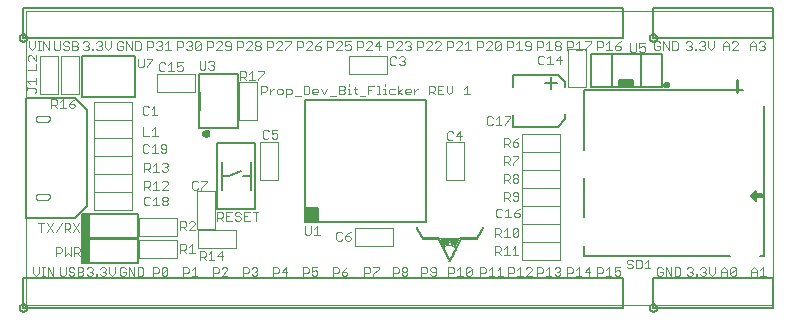
<source format=gto>
G75*
%MOIN*%
%OFA0B0*%
%FSLAX25Y25*%
%IPPOS*%
%LPD*%
%AMOC8*
5,1,8,0,0,1.08239X$1,22.5*
%
%ADD10C,0.00100*%
%ADD11C,0.00300*%
%ADD12C,0.01000*%
%ADD13C,0.00200*%
%ADD14C,0.00600*%
%ADD15R,0.00100X0.00050*%
%ADD16R,0.00550X0.00050*%
%ADD17R,0.00600X0.00050*%
%ADD18R,0.00700X0.00050*%
%ADD19R,0.00800X0.00050*%
%ADD20R,0.00850X0.00050*%
%ADD21R,0.00900X0.00050*%
%ADD22R,0.00950X0.00050*%
%ADD23R,0.01000X0.00050*%
%ADD24R,0.01050X0.00050*%
%ADD25R,0.01100X0.00050*%
%ADD26R,0.00650X0.00050*%
%ADD27R,0.00500X0.00050*%
%ADD28R,0.00050X0.00050*%
%ADD29R,0.00150X0.00050*%
%ADD30R,0.00250X0.00050*%
%ADD31R,0.00200X0.00050*%
%ADD32R,0.00350X0.00050*%
%ADD33R,0.00300X0.00050*%
%ADD34R,0.00450X0.00050*%
%ADD35R,0.01150X0.00050*%
%ADD36R,0.01250X0.00050*%
%ADD37R,0.01450X0.00050*%
%ADD38R,0.01750X0.00050*%
%ADD39R,0.01850X0.00050*%
%ADD40R,0.01900X0.00050*%
%ADD41R,0.01950X0.00050*%
%ADD42R,0.02000X0.00050*%
%ADD43R,0.02100X0.00050*%
%ADD44R,0.02050X0.00050*%
%ADD45R,0.02150X0.00050*%
%ADD46R,0.02200X0.00050*%
%ADD47R,0.02250X0.00050*%
%ADD48R,0.02300X0.00050*%
%ADD49R,0.02350X0.00050*%
%ADD50R,0.02400X0.00050*%
%ADD51R,0.02450X0.00050*%
%ADD52R,0.02500X0.00050*%
%ADD53R,0.02550X0.00050*%
%ADD54R,0.02600X0.00050*%
%ADD55R,0.02650X0.00050*%
%ADD56R,0.02700X0.00050*%
%ADD57R,0.02750X0.00050*%
%ADD58R,0.02800X0.00050*%
%ADD59R,0.02900X0.00050*%
%ADD60R,0.02850X0.00050*%
%ADD61R,0.05850X0.00050*%
%ADD62R,0.06000X0.00050*%
%ADD63R,0.05950X0.00050*%
%ADD64R,0.06100X0.00050*%
%ADD65R,0.06200X0.00050*%
%ADD66R,0.05800X0.00050*%
%ADD67R,0.06300X0.00050*%
%ADD68R,0.05750X0.00050*%
%ADD69R,0.05900X0.00050*%
%ADD70R,0.06500X0.00050*%
%ADD71C,0.00500*%
%ADD72C,0.00039*%
D10*
X0009000Y0020119D02*
X0009000Y0118119D01*
X0258000Y0118119D01*
X0258000Y0020119D01*
X0009000Y0020119D01*
D11*
X0012117Y0029769D02*
X0013085Y0030736D01*
X0013085Y0032671D01*
X0014097Y0032671D02*
X0015064Y0032671D01*
X0014580Y0032671D02*
X0014580Y0029769D01*
X0014097Y0029769D02*
X0015064Y0029769D01*
X0016061Y0029769D02*
X0016061Y0032671D01*
X0017996Y0029769D01*
X0017996Y0032671D01*
X0020150Y0032671D02*
X0020150Y0030252D01*
X0020634Y0029769D01*
X0021601Y0029769D01*
X0022085Y0030252D01*
X0022085Y0032671D01*
X0023097Y0032187D02*
X0023097Y0031704D01*
X0023580Y0031220D01*
X0024548Y0031220D01*
X0025031Y0030736D01*
X0025031Y0030252D01*
X0024548Y0029769D01*
X0023580Y0029769D01*
X0023097Y0030252D01*
X0023097Y0032187D02*
X0023580Y0032671D01*
X0024548Y0032671D01*
X0025031Y0032187D01*
X0026043Y0032671D02*
X0027494Y0032671D01*
X0027978Y0032187D01*
X0027978Y0031704D01*
X0027494Y0031220D01*
X0026043Y0031220D01*
X0026043Y0029769D02*
X0026043Y0032671D01*
X0029150Y0032187D02*
X0029634Y0032671D01*
X0030601Y0032671D01*
X0031085Y0032187D01*
X0031085Y0031704D01*
X0030601Y0031220D01*
X0031085Y0030736D01*
X0031085Y0030252D01*
X0030601Y0029769D01*
X0029634Y0029769D01*
X0029150Y0030252D01*
X0027978Y0030252D02*
X0027494Y0029769D01*
X0026043Y0029769D01*
X0027978Y0030252D02*
X0027978Y0030736D01*
X0027494Y0031220D01*
X0030117Y0031220D02*
X0030601Y0031220D01*
X0032097Y0030252D02*
X0032097Y0029769D01*
X0032580Y0029769D01*
X0032580Y0030252D01*
X0032097Y0030252D01*
X0033570Y0030252D02*
X0034054Y0029769D01*
X0035021Y0029769D01*
X0035505Y0030252D01*
X0035505Y0030736D01*
X0035021Y0031220D01*
X0034537Y0031220D01*
X0035021Y0031220D02*
X0035505Y0031704D01*
X0035505Y0032187D01*
X0035021Y0032671D01*
X0034054Y0032671D01*
X0033570Y0032187D01*
X0036516Y0032671D02*
X0036516Y0030736D01*
X0037484Y0029769D01*
X0038451Y0030736D01*
X0038451Y0032671D01*
X0040150Y0032187D02*
X0040150Y0030252D01*
X0040634Y0029769D01*
X0041601Y0029769D01*
X0042085Y0030252D01*
X0042085Y0031220D01*
X0041117Y0031220D01*
X0040150Y0032187D02*
X0040634Y0032671D01*
X0041601Y0032671D01*
X0042085Y0032187D01*
X0043097Y0032671D02*
X0045031Y0029769D01*
X0045031Y0032671D01*
X0046043Y0032671D02*
X0047494Y0032671D01*
X0047978Y0032187D01*
X0047978Y0030252D01*
X0047494Y0029769D01*
X0046043Y0029769D01*
X0046043Y0032671D01*
X0043097Y0032671D02*
X0043097Y0029769D01*
X0051150Y0029769D02*
X0051150Y0032671D01*
X0052601Y0032671D01*
X0053085Y0032187D01*
X0053085Y0031220D01*
X0052601Y0030736D01*
X0051150Y0030736D01*
X0054097Y0030252D02*
X0054580Y0029769D01*
X0055548Y0029769D01*
X0056031Y0030252D01*
X0056031Y0032187D01*
X0054097Y0030252D01*
X0054097Y0032187D01*
X0054580Y0032671D01*
X0055548Y0032671D01*
X0056031Y0032187D01*
X0061150Y0032671D02*
X0061150Y0029769D01*
X0061150Y0030736D02*
X0062601Y0030736D01*
X0063085Y0031220D01*
X0063085Y0032187D01*
X0062601Y0032671D01*
X0061150Y0032671D01*
X0064097Y0031704D02*
X0065064Y0032671D01*
X0065064Y0029769D01*
X0064097Y0029769D02*
X0066031Y0029769D01*
X0071150Y0029769D02*
X0071150Y0032671D01*
X0072601Y0032671D01*
X0073085Y0032187D01*
X0073085Y0031220D01*
X0072601Y0030736D01*
X0071150Y0030736D01*
X0074097Y0029769D02*
X0076031Y0031704D01*
X0076031Y0032187D01*
X0075548Y0032671D01*
X0074580Y0032671D01*
X0074097Y0032187D01*
X0074097Y0029769D02*
X0076031Y0029769D01*
X0081150Y0029769D02*
X0081150Y0032671D01*
X0082601Y0032671D01*
X0083085Y0032187D01*
X0083085Y0031220D01*
X0082601Y0030736D01*
X0081150Y0030736D01*
X0084097Y0030252D02*
X0084580Y0029769D01*
X0085548Y0029769D01*
X0086031Y0030252D01*
X0086031Y0030736D01*
X0085548Y0031220D01*
X0085064Y0031220D01*
X0085548Y0031220D02*
X0086031Y0031704D01*
X0086031Y0032187D01*
X0085548Y0032671D01*
X0084580Y0032671D01*
X0084097Y0032187D01*
X0091150Y0032671D02*
X0091150Y0029769D01*
X0091150Y0030736D02*
X0092601Y0030736D01*
X0093085Y0031220D01*
X0093085Y0032187D01*
X0092601Y0032671D01*
X0091150Y0032671D01*
X0094097Y0031220D02*
X0095548Y0032671D01*
X0095548Y0029769D01*
X0096031Y0031220D02*
X0094097Y0031220D01*
X0101150Y0030736D02*
X0102601Y0030736D01*
X0103085Y0031220D01*
X0103085Y0032187D01*
X0102601Y0032671D01*
X0101150Y0032671D01*
X0101150Y0029769D01*
X0104097Y0030252D02*
X0104580Y0029769D01*
X0105548Y0029769D01*
X0106031Y0030252D01*
X0106031Y0031220D01*
X0105548Y0031704D01*
X0105064Y0031704D01*
X0104097Y0031220D01*
X0104097Y0032671D01*
X0106031Y0032671D01*
X0111150Y0032671D02*
X0112601Y0032671D01*
X0113085Y0032187D01*
X0113085Y0031220D01*
X0112601Y0030736D01*
X0111150Y0030736D01*
X0111150Y0029769D02*
X0111150Y0032671D01*
X0114097Y0031220D02*
X0115064Y0032187D01*
X0116031Y0032671D01*
X0115548Y0031220D02*
X0114097Y0031220D01*
X0114097Y0030252D01*
X0114580Y0029769D01*
X0115548Y0029769D01*
X0116031Y0030252D01*
X0116031Y0030736D01*
X0115548Y0031220D01*
X0121650Y0030736D02*
X0123101Y0030736D01*
X0123585Y0031220D01*
X0123585Y0032187D01*
X0123101Y0032671D01*
X0121650Y0032671D01*
X0121650Y0029769D01*
X0124597Y0029769D02*
X0124597Y0030252D01*
X0126531Y0032187D01*
X0126531Y0032671D01*
X0124597Y0032671D01*
X0131150Y0032671D02*
X0132601Y0032671D01*
X0133085Y0032187D01*
X0133085Y0031220D01*
X0132601Y0030736D01*
X0131150Y0030736D01*
X0131150Y0029769D02*
X0131150Y0032671D01*
X0134097Y0032187D02*
X0134097Y0031704D01*
X0134580Y0031220D01*
X0135548Y0031220D01*
X0136031Y0030736D01*
X0136031Y0030252D01*
X0135548Y0029769D01*
X0134580Y0029769D01*
X0134097Y0030252D01*
X0134097Y0030736D01*
X0134580Y0031220D01*
X0135548Y0031220D02*
X0136031Y0031704D01*
X0136031Y0032187D01*
X0135548Y0032671D01*
X0134580Y0032671D01*
X0134097Y0032187D01*
X0140650Y0032671D02*
X0140650Y0029769D01*
X0140650Y0030736D02*
X0142101Y0030736D01*
X0142585Y0031220D01*
X0142585Y0032187D01*
X0142101Y0032671D01*
X0140650Y0032671D01*
X0143597Y0032187D02*
X0143597Y0031704D01*
X0144080Y0031220D01*
X0145531Y0031220D01*
X0145531Y0032187D02*
X0145531Y0030252D01*
X0145048Y0029769D01*
X0144080Y0029769D01*
X0143597Y0030252D01*
X0143597Y0032187D02*
X0144080Y0032671D01*
X0145048Y0032671D01*
X0145531Y0032187D01*
X0149650Y0032671D02*
X0151101Y0032671D01*
X0151585Y0032187D01*
X0151585Y0031220D01*
X0151101Y0030736D01*
X0149650Y0030736D01*
X0149650Y0029769D02*
X0149650Y0032671D01*
X0152597Y0031704D02*
X0153564Y0032671D01*
X0153564Y0029769D01*
X0152597Y0029769D02*
X0154531Y0029769D01*
X0155543Y0030252D02*
X0157478Y0032187D01*
X0157478Y0030252D01*
X0156994Y0029769D01*
X0156027Y0029769D01*
X0155543Y0030252D01*
X0155543Y0032187D01*
X0156027Y0032671D01*
X0156994Y0032671D01*
X0157478Y0032187D01*
X0160150Y0032671D02*
X0161601Y0032671D01*
X0162085Y0032187D01*
X0162085Y0031220D01*
X0161601Y0030736D01*
X0160150Y0030736D01*
X0160150Y0029769D02*
X0160150Y0032671D01*
X0163097Y0031704D02*
X0164064Y0032671D01*
X0164064Y0029769D01*
X0163097Y0029769D02*
X0165031Y0029769D01*
X0166043Y0029769D02*
X0167978Y0029769D01*
X0167011Y0029769D02*
X0167011Y0032671D01*
X0166043Y0031704D01*
X0169650Y0032671D02*
X0169650Y0029769D01*
X0169650Y0030736D02*
X0171101Y0030736D01*
X0171585Y0031220D01*
X0171585Y0032187D01*
X0171101Y0032671D01*
X0169650Y0032671D01*
X0172597Y0031704D02*
X0173564Y0032671D01*
X0173564Y0029769D01*
X0172597Y0029769D02*
X0174531Y0029769D01*
X0175543Y0029769D02*
X0177478Y0031704D01*
X0177478Y0032187D01*
X0176994Y0032671D01*
X0176027Y0032671D01*
X0175543Y0032187D01*
X0179150Y0032671D02*
X0180601Y0032671D01*
X0181085Y0032187D01*
X0181085Y0031220D01*
X0180601Y0030736D01*
X0179150Y0030736D01*
X0179150Y0029769D02*
X0179150Y0032671D01*
X0182097Y0031704D02*
X0183064Y0032671D01*
X0183064Y0029769D01*
X0182097Y0029769D02*
X0184031Y0029769D01*
X0185043Y0030252D02*
X0185527Y0029769D01*
X0186494Y0029769D01*
X0186978Y0030252D01*
X0186978Y0030736D01*
X0186494Y0031220D01*
X0186011Y0031220D01*
X0186494Y0031220D02*
X0186978Y0031704D01*
X0186978Y0032187D01*
X0186494Y0032671D01*
X0185527Y0032671D01*
X0185043Y0032187D01*
X0189150Y0032671D02*
X0190601Y0032671D01*
X0191085Y0032187D01*
X0191085Y0031220D01*
X0190601Y0030736D01*
X0189150Y0030736D01*
X0189150Y0029769D02*
X0189150Y0032671D01*
X0192097Y0031704D02*
X0193064Y0032671D01*
X0193064Y0029769D01*
X0192097Y0029769D02*
X0194031Y0029769D01*
X0195043Y0031220D02*
X0196978Y0031220D01*
X0196494Y0032671D02*
X0195043Y0031220D01*
X0196494Y0029769D02*
X0196494Y0032671D01*
X0199150Y0032671D02*
X0200601Y0032671D01*
X0201085Y0032187D01*
X0201085Y0031220D01*
X0200601Y0030736D01*
X0199150Y0030736D01*
X0199150Y0029769D02*
X0199150Y0032671D01*
X0202097Y0031704D02*
X0203064Y0032671D01*
X0203064Y0029769D01*
X0202097Y0029769D02*
X0204031Y0029769D01*
X0205043Y0030252D02*
X0205527Y0029769D01*
X0206494Y0029769D01*
X0206978Y0030252D01*
X0206978Y0031220D01*
X0206494Y0031704D01*
X0206011Y0031704D01*
X0205043Y0031220D01*
X0205043Y0032671D01*
X0206978Y0032671D01*
X0209182Y0032733D02*
X0209666Y0032249D01*
X0210634Y0032249D01*
X0211117Y0032733D01*
X0211117Y0033216D01*
X0210634Y0033700D01*
X0209666Y0033700D01*
X0209182Y0034184D01*
X0209182Y0034668D01*
X0209666Y0035151D01*
X0210634Y0035151D01*
X0211117Y0034668D01*
X0212129Y0035151D02*
X0213580Y0035151D01*
X0214064Y0034668D01*
X0214064Y0032733D01*
X0213580Y0032249D01*
X0212129Y0032249D01*
X0212129Y0035151D01*
X0215076Y0034184D02*
X0216043Y0035151D01*
X0216043Y0032249D01*
X0215076Y0032249D02*
X0217010Y0032249D01*
X0219150Y0032187D02*
X0219150Y0030252D01*
X0219634Y0029769D01*
X0220601Y0029769D01*
X0221085Y0030252D01*
X0221085Y0031220D01*
X0220117Y0031220D01*
X0219150Y0032187D02*
X0219634Y0032671D01*
X0220601Y0032671D01*
X0221085Y0032187D01*
X0222097Y0032671D02*
X0224031Y0029769D01*
X0224031Y0032671D01*
X0225043Y0032671D02*
X0226494Y0032671D01*
X0226978Y0032187D01*
X0226978Y0030252D01*
X0226494Y0029769D01*
X0225043Y0029769D01*
X0225043Y0032671D01*
X0222097Y0032671D02*
X0222097Y0029769D01*
X0229150Y0030252D02*
X0229634Y0029769D01*
X0230601Y0029769D01*
X0231085Y0030252D01*
X0231085Y0030736D01*
X0230601Y0031220D01*
X0230117Y0031220D01*
X0230601Y0031220D02*
X0231085Y0031704D01*
X0231085Y0032187D01*
X0230601Y0032671D01*
X0229634Y0032671D01*
X0229150Y0032187D01*
X0232097Y0030252D02*
X0232580Y0030252D01*
X0232580Y0029769D01*
X0232097Y0029769D01*
X0232097Y0030252D01*
X0233570Y0030252D02*
X0234054Y0029769D01*
X0235021Y0029769D01*
X0235505Y0030252D01*
X0235505Y0030736D01*
X0235021Y0031220D01*
X0234537Y0031220D01*
X0235021Y0031220D02*
X0235505Y0031704D01*
X0235505Y0032187D01*
X0235021Y0032671D01*
X0234054Y0032671D01*
X0233570Y0032187D01*
X0236516Y0032671D02*
X0236516Y0030736D01*
X0237484Y0029769D01*
X0238451Y0030736D01*
X0238451Y0032671D01*
X0240650Y0031704D02*
X0241617Y0032671D01*
X0242585Y0031704D01*
X0242585Y0029769D01*
X0243597Y0030252D02*
X0245531Y0032187D01*
X0245531Y0030252D01*
X0245048Y0029769D01*
X0244080Y0029769D01*
X0243597Y0030252D01*
X0243597Y0032187D01*
X0244080Y0032671D01*
X0245048Y0032671D01*
X0245531Y0032187D01*
X0242585Y0031220D02*
X0240650Y0031220D01*
X0240650Y0031704D02*
X0240650Y0029769D01*
X0250650Y0029769D02*
X0250650Y0031704D01*
X0251617Y0032671D01*
X0252585Y0031704D01*
X0252585Y0029769D01*
X0253597Y0029769D02*
X0255531Y0029769D01*
X0254564Y0029769D02*
X0254564Y0032671D01*
X0253597Y0031704D01*
X0252585Y0031220D02*
X0250650Y0031220D01*
X0177478Y0029769D02*
X0175543Y0029769D01*
X0173001Y0036819D02*
X0171066Y0036819D01*
X0172033Y0036819D02*
X0172033Y0039721D01*
X0171066Y0038754D01*
X0169087Y0039721D02*
X0169087Y0036819D01*
X0170054Y0036819D02*
X0168119Y0036819D01*
X0167108Y0036819D02*
X0166140Y0037786D01*
X0166624Y0037786D02*
X0165173Y0037786D01*
X0165173Y0036819D02*
X0165173Y0039721D01*
X0166624Y0039721D01*
X0167108Y0039237D01*
X0167108Y0038270D01*
X0166624Y0037786D01*
X0168119Y0038754D02*
X0169087Y0039721D01*
X0169087Y0042819D02*
X0169087Y0045721D01*
X0168119Y0044754D01*
X0167108Y0045237D02*
X0167108Y0044270D01*
X0166624Y0043786D01*
X0165173Y0043786D01*
X0166140Y0043786D02*
X0167108Y0042819D01*
X0168119Y0042819D02*
X0170054Y0042819D01*
X0171066Y0043302D02*
X0173001Y0045237D01*
X0173001Y0043302D01*
X0172517Y0042819D01*
X0171549Y0042819D01*
X0171066Y0043302D01*
X0171066Y0045237D01*
X0171549Y0045721D01*
X0172517Y0045721D01*
X0173001Y0045237D01*
X0167108Y0045237D02*
X0166624Y0045721D01*
X0165173Y0045721D01*
X0165173Y0042819D01*
X0166156Y0049319D02*
X0167124Y0049319D01*
X0167608Y0049802D01*
X0168619Y0049319D02*
X0170554Y0049319D01*
X0169587Y0049319D02*
X0169587Y0052221D01*
X0168619Y0051254D01*
X0167608Y0051737D02*
X0167124Y0052221D01*
X0166156Y0052221D01*
X0165673Y0051737D01*
X0165673Y0049802D01*
X0166156Y0049319D01*
X0171566Y0049802D02*
X0171566Y0050770D01*
X0173017Y0050770D01*
X0173501Y0050286D01*
X0173501Y0049802D01*
X0173017Y0049319D01*
X0172049Y0049319D01*
X0171566Y0049802D01*
X0171566Y0050770D02*
X0172533Y0051737D01*
X0173501Y0052221D01*
X0172517Y0054819D02*
X0171549Y0054819D01*
X0171066Y0055302D01*
X0171549Y0056270D02*
X0173001Y0056270D01*
X0173001Y0057237D02*
X0173001Y0055302D01*
X0172517Y0054819D01*
X0171549Y0056270D02*
X0171066Y0056754D01*
X0171066Y0057237D01*
X0171549Y0057721D01*
X0172517Y0057721D01*
X0173001Y0057237D01*
X0170054Y0057237D02*
X0170054Y0056270D01*
X0169570Y0055786D01*
X0168119Y0055786D01*
X0168119Y0054819D02*
X0168119Y0057721D01*
X0169570Y0057721D01*
X0170054Y0057237D01*
X0169087Y0055786D02*
X0170054Y0054819D01*
X0170054Y0060819D02*
X0169087Y0061786D01*
X0169570Y0061786D02*
X0168119Y0061786D01*
X0168119Y0060819D02*
X0168119Y0063721D01*
X0169570Y0063721D01*
X0170054Y0063237D01*
X0170054Y0062270D01*
X0169570Y0061786D01*
X0171066Y0061786D02*
X0171549Y0062270D01*
X0172517Y0062270D01*
X0173001Y0061786D01*
X0173001Y0061302D01*
X0172517Y0060819D01*
X0171549Y0060819D01*
X0171066Y0061302D01*
X0171066Y0061786D01*
X0171549Y0062270D02*
X0171066Y0062754D01*
X0171066Y0063237D01*
X0171549Y0063721D01*
X0172517Y0063721D01*
X0173001Y0063237D01*
X0173001Y0062754D01*
X0172517Y0062270D01*
X0171066Y0066819D02*
X0171066Y0067302D01*
X0173001Y0069237D01*
X0173001Y0069721D01*
X0171066Y0069721D01*
X0170054Y0069237D02*
X0170054Y0068270D01*
X0169570Y0067786D01*
X0168119Y0067786D01*
X0168119Y0066819D02*
X0168119Y0069721D01*
X0169570Y0069721D01*
X0170054Y0069237D01*
X0169087Y0067786D02*
X0170054Y0066819D01*
X0170054Y0072819D02*
X0169087Y0073786D01*
X0169570Y0073786D02*
X0168119Y0073786D01*
X0168119Y0072819D02*
X0168119Y0075721D01*
X0169570Y0075721D01*
X0170054Y0075237D01*
X0170054Y0074270D01*
X0169570Y0073786D01*
X0171066Y0074270D02*
X0171066Y0073302D01*
X0171549Y0072819D01*
X0172517Y0072819D01*
X0173001Y0073302D01*
X0173001Y0073786D01*
X0172517Y0074270D01*
X0171066Y0074270D01*
X0172033Y0075237D01*
X0173001Y0075721D01*
X0168382Y0080048D02*
X0168382Y0080532D01*
X0170317Y0082467D01*
X0170317Y0082951D01*
X0168382Y0082951D01*
X0166403Y0082951D02*
X0166403Y0080048D01*
X0167370Y0080048D02*
X0165435Y0080048D01*
X0164424Y0080532D02*
X0163940Y0080048D01*
X0162972Y0080048D01*
X0162489Y0080532D01*
X0162489Y0082467D01*
X0162972Y0082951D01*
X0163940Y0082951D01*
X0164424Y0082467D01*
X0165435Y0081983D02*
X0166403Y0082951D01*
X0153686Y0077921D02*
X0152234Y0076470D01*
X0154169Y0076470D01*
X0153686Y0075019D02*
X0153686Y0077921D01*
X0151223Y0077437D02*
X0150739Y0077921D01*
X0149772Y0077921D01*
X0149288Y0077437D01*
X0149288Y0075502D01*
X0149772Y0075019D01*
X0150739Y0075019D01*
X0151223Y0075502D01*
X0150011Y0090269D02*
X0150978Y0091236D01*
X0150978Y0093171D01*
X0149043Y0093171D02*
X0149043Y0091236D01*
X0150011Y0090269D01*
X0148031Y0090269D02*
X0146097Y0090269D01*
X0146097Y0093171D01*
X0148031Y0093171D01*
X0147064Y0091720D02*
X0146097Y0091720D01*
X0145085Y0091720D02*
X0144601Y0091236D01*
X0143150Y0091236D01*
X0143150Y0090269D02*
X0143150Y0093171D01*
X0144601Y0093171D01*
X0145085Y0092687D01*
X0145085Y0091720D01*
X0144117Y0091236D02*
X0145085Y0090269D01*
X0139674Y0092204D02*
X0139190Y0092204D01*
X0138223Y0091236D01*
X0138223Y0090269D02*
X0138223Y0092204D01*
X0137211Y0091720D02*
X0137211Y0091236D01*
X0135276Y0091236D01*
X0135276Y0090752D02*
X0135276Y0091720D01*
X0135760Y0092204D01*
X0136728Y0092204D01*
X0137211Y0091720D01*
X0135760Y0090269D02*
X0135276Y0090752D01*
X0135760Y0090269D02*
X0136728Y0090269D01*
X0134272Y0090269D02*
X0132821Y0091236D01*
X0134272Y0092204D01*
X0132821Y0093171D02*
X0132821Y0090269D01*
X0131809Y0090269D02*
X0130358Y0090269D01*
X0129875Y0090752D01*
X0129875Y0091720D01*
X0130358Y0092204D01*
X0131809Y0092204D01*
X0128394Y0092204D02*
X0128394Y0090269D01*
X0127910Y0090269D02*
X0128878Y0090269D01*
X0126913Y0090269D02*
X0125946Y0090269D01*
X0126430Y0090269D02*
X0126430Y0093171D01*
X0125946Y0093171D01*
X0124934Y0093171D02*
X0122999Y0093171D01*
X0122999Y0090269D01*
X0121988Y0089785D02*
X0120053Y0089785D01*
X0119056Y0090269D02*
X0118572Y0090752D01*
X0118572Y0092687D01*
X0118088Y0092204D02*
X0119056Y0092204D01*
X0116608Y0092204D02*
X0116608Y0090269D01*
X0116124Y0090269D02*
X0117092Y0090269D01*
X0115113Y0090752D02*
X0114629Y0090269D01*
X0113178Y0090269D01*
X0113178Y0093171D01*
X0114629Y0093171D01*
X0115113Y0092687D01*
X0115113Y0092204D01*
X0114629Y0091720D01*
X0113178Y0091720D01*
X0114629Y0091720D02*
X0115113Y0091236D01*
X0115113Y0090752D01*
X0116124Y0092204D02*
X0116608Y0092204D01*
X0116608Y0093171D02*
X0116608Y0093655D01*
X0122999Y0091720D02*
X0123967Y0091720D01*
X0127910Y0092204D02*
X0128394Y0092204D01*
X0128394Y0093171D02*
X0128394Y0093655D01*
X0130772Y0100019D02*
X0131739Y0100019D01*
X0132223Y0100502D01*
X0133234Y0100502D02*
X0133718Y0100019D01*
X0134686Y0100019D01*
X0135169Y0100502D01*
X0135169Y0100986D01*
X0134686Y0101470D01*
X0134202Y0101470D01*
X0134686Y0101470D02*
X0135169Y0101954D01*
X0135169Y0102437D01*
X0134686Y0102921D01*
X0133718Y0102921D01*
X0133234Y0102437D01*
X0132223Y0102437D02*
X0131739Y0102921D01*
X0130772Y0102921D01*
X0130288Y0102437D01*
X0130288Y0100502D01*
X0130772Y0100019D01*
X0129310Y0105069D02*
X0129310Y0107971D01*
X0130762Y0107971D01*
X0131245Y0107487D01*
X0131245Y0106520D01*
X0130762Y0106036D01*
X0129310Y0106036D01*
X0127138Y0106520D02*
X0125203Y0106520D01*
X0126655Y0107971D01*
X0126655Y0105069D01*
X0124192Y0105069D02*
X0122257Y0105069D01*
X0124192Y0107004D01*
X0124192Y0107487D01*
X0123708Y0107971D01*
X0122741Y0107971D01*
X0122257Y0107487D01*
X0121245Y0107487D02*
X0121245Y0106520D01*
X0120762Y0106036D01*
X0119310Y0106036D01*
X0119310Y0105069D02*
X0119310Y0107971D01*
X0120762Y0107971D01*
X0121245Y0107487D01*
X0117138Y0107971D02*
X0115203Y0107971D01*
X0115203Y0106520D01*
X0116171Y0107004D01*
X0116655Y0107004D01*
X0117138Y0106520D01*
X0117138Y0105552D01*
X0116655Y0105069D01*
X0115687Y0105069D01*
X0115203Y0105552D01*
X0114192Y0105069D02*
X0112257Y0105069D01*
X0114192Y0107004D01*
X0114192Y0107487D01*
X0113708Y0107971D01*
X0112741Y0107971D01*
X0112257Y0107487D01*
X0111245Y0107487D02*
X0111245Y0106520D01*
X0110762Y0106036D01*
X0109310Y0106036D01*
X0109310Y0105069D02*
X0109310Y0107971D01*
X0110762Y0107971D01*
X0111245Y0107487D01*
X0107138Y0107971D02*
X0106171Y0107487D01*
X0105203Y0106520D01*
X0106655Y0106520D01*
X0107138Y0106036D01*
X0107138Y0105552D01*
X0106655Y0105069D01*
X0105687Y0105069D01*
X0105203Y0105552D01*
X0105203Y0106520D01*
X0104192Y0107004D02*
X0102257Y0105069D01*
X0104192Y0105069D01*
X0104192Y0107004D02*
X0104192Y0107487D01*
X0103708Y0107971D01*
X0102741Y0107971D01*
X0102257Y0107487D01*
X0101245Y0107487D02*
X0101245Y0106520D01*
X0100762Y0106036D01*
X0099310Y0106036D01*
X0099310Y0105069D02*
X0099310Y0107971D01*
X0100762Y0107971D01*
X0101245Y0107487D01*
X0097138Y0107487D02*
X0095203Y0105552D01*
X0095203Y0105069D01*
X0094192Y0105069D02*
X0092257Y0105069D01*
X0094192Y0107004D01*
X0094192Y0107487D01*
X0093708Y0107971D01*
X0092741Y0107971D01*
X0092257Y0107487D01*
X0091245Y0107487D02*
X0091245Y0106520D01*
X0090762Y0106036D01*
X0089310Y0106036D01*
X0089310Y0105069D02*
X0089310Y0107971D01*
X0090762Y0107971D01*
X0091245Y0107487D01*
X0095203Y0107971D02*
X0097138Y0107971D01*
X0097138Y0107487D01*
X0087138Y0107487D02*
X0087138Y0107004D01*
X0086655Y0106520D01*
X0085687Y0106520D01*
X0085203Y0107004D01*
X0085203Y0107487D01*
X0085687Y0107971D01*
X0086655Y0107971D01*
X0087138Y0107487D01*
X0086655Y0106520D02*
X0087138Y0106036D01*
X0087138Y0105552D01*
X0086655Y0105069D01*
X0085687Y0105069D01*
X0085203Y0105552D01*
X0085203Y0106036D01*
X0085687Y0106520D01*
X0084192Y0107004D02*
X0082257Y0105069D01*
X0084192Y0105069D01*
X0084192Y0107004D02*
X0084192Y0107487D01*
X0083708Y0107971D01*
X0082741Y0107971D01*
X0082257Y0107487D01*
X0081245Y0107487D02*
X0081245Y0106520D01*
X0080762Y0106036D01*
X0079310Y0106036D01*
X0079310Y0105069D02*
X0079310Y0107971D01*
X0080762Y0107971D01*
X0081245Y0107487D01*
X0077138Y0107487D02*
X0076655Y0107971D01*
X0075687Y0107971D01*
X0075203Y0107487D01*
X0075203Y0107004D01*
X0075687Y0106520D01*
X0077138Y0106520D01*
X0077138Y0107487D02*
X0077138Y0105552D01*
X0076655Y0105069D01*
X0075687Y0105069D01*
X0075203Y0105552D01*
X0074192Y0105069D02*
X0072257Y0105069D01*
X0074192Y0107004D01*
X0074192Y0107487D01*
X0073708Y0107971D01*
X0072741Y0107971D01*
X0072257Y0107487D01*
X0071245Y0107487D02*
X0071245Y0106520D01*
X0070762Y0106036D01*
X0069310Y0106036D01*
X0069310Y0105069D02*
X0069310Y0107971D01*
X0070762Y0107971D01*
X0071245Y0107487D01*
X0067138Y0107487D02*
X0065203Y0105552D01*
X0065687Y0105069D01*
X0066655Y0105069D01*
X0067138Y0105552D01*
X0067138Y0107487D01*
X0066655Y0107971D01*
X0065687Y0107971D01*
X0065203Y0107487D01*
X0065203Y0105552D01*
X0064192Y0105552D02*
X0064192Y0106036D01*
X0063708Y0106520D01*
X0063224Y0106520D01*
X0063708Y0106520D02*
X0064192Y0107004D01*
X0064192Y0107487D01*
X0063708Y0107971D01*
X0062741Y0107971D01*
X0062257Y0107487D01*
X0061245Y0107487D02*
X0061245Y0106520D01*
X0060762Y0106036D01*
X0059310Y0106036D01*
X0059310Y0105069D02*
X0059310Y0107971D01*
X0060762Y0107971D01*
X0061245Y0107487D01*
X0062257Y0105552D02*
X0062741Y0105069D01*
X0063708Y0105069D01*
X0064192Y0105552D01*
X0057138Y0105069D02*
X0055203Y0105069D01*
X0056171Y0105069D02*
X0056171Y0107971D01*
X0055203Y0107004D01*
X0054192Y0107004D02*
X0053708Y0106520D01*
X0054192Y0106036D01*
X0054192Y0105552D01*
X0053708Y0105069D01*
X0052741Y0105069D01*
X0052257Y0105552D01*
X0053224Y0106520D02*
X0053708Y0106520D01*
X0054192Y0107004D02*
X0054192Y0107487D01*
X0053708Y0107971D01*
X0052741Y0107971D01*
X0052257Y0107487D01*
X0051245Y0107487D02*
X0051245Y0106520D01*
X0050762Y0106036D01*
X0049310Y0106036D01*
X0049310Y0105069D02*
X0049310Y0107971D01*
X0050762Y0107971D01*
X0051245Y0107487D01*
X0047138Y0107487D02*
X0047138Y0105552D01*
X0046655Y0105069D01*
X0045203Y0105069D01*
X0045203Y0107971D01*
X0046655Y0107971D01*
X0047138Y0107487D01*
X0044192Y0107971D02*
X0044192Y0105069D01*
X0042257Y0107971D01*
X0042257Y0105069D01*
X0041245Y0105552D02*
X0041245Y0106520D01*
X0040278Y0106520D01*
X0041245Y0107487D02*
X0040762Y0107971D01*
X0039794Y0107971D01*
X0039310Y0107487D01*
X0039310Y0105552D01*
X0039794Y0105069D01*
X0040762Y0105069D01*
X0041245Y0105552D01*
X0037138Y0106036D02*
X0037138Y0107971D01*
X0035203Y0107971D02*
X0035203Y0106036D01*
X0036171Y0105069D01*
X0037138Y0106036D01*
X0034192Y0106036D02*
X0034192Y0105552D01*
X0033708Y0105069D01*
X0032741Y0105069D01*
X0032257Y0105552D01*
X0031267Y0105552D02*
X0031267Y0105069D01*
X0030784Y0105069D01*
X0030784Y0105552D01*
X0031267Y0105552D01*
X0029772Y0105552D02*
X0029772Y0106036D01*
X0029288Y0106520D01*
X0028805Y0106520D01*
X0029288Y0106520D02*
X0029772Y0107004D01*
X0029772Y0107487D01*
X0029288Y0107971D01*
X0028321Y0107971D01*
X0027837Y0107487D01*
X0026138Y0107487D02*
X0026138Y0107004D01*
X0025655Y0106520D01*
X0024203Y0106520D01*
X0023192Y0106036D02*
X0023192Y0105552D01*
X0022708Y0105069D01*
X0021741Y0105069D01*
X0021257Y0105552D01*
X0020245Y0105552D02*
X0020245Y0107971D01*
X0021257Y0107487D02*
X0021257Y0107004D01*
X0021741Y0106520D01*
X0022708Y0106520D01*
X0023192Y0106036D01*
X0024203Y0105069D02*
X0025655Y0105069D01*
X0026138Y0105552D01*
X0026138Y0106036D01*
X0025655Y0106520D01*
X0026138Y0107487D02*
X0025655Y0107971D01*
X0024203Y0107971D01*
X0024203Y0105069D01*
X0027837Y0105552D02*
X0028321Y0105069D01*
X0029288Y0105069D01*
X0029772Y0105552D01*
X0033224Y0106520D02*
X0033708Y0106520D01*
X0034192Y0106036D01*
X0033708Y0106520D02*
X0034192Y0107004D01*
X0034192Y0107487D01*
X0033708Y0107971D01*
X0032741Y0107971D01*
X0032257Y0107487D01*
X0023192Y0107487D02*
X0022708Y0107971D01*
X0021741Y0107971D01*
X0021257Y0107487D01*
X0018310Y0107971D02*
X0018310Y0105552D01*
X0018794Y0105069D01*
X0019762Y0105069D01*
X0020245Y0105552D01*
X0016638Y0105069D02*
X0016638Y0107971D01*
X0014703Y0107971D02*
X0016638Y0105069D01*
X0014703Y0105069D02*
X0014703Y0107971D01*
X0013707Y0107971D02*
X0012739Y0107971D01*
X0013223Y0107971D02*
X0013223Y0105069D01*
X0012739Y0105069D02*
X0013707Y0105069D01*
X0011728Y0106036D02*
X0011728Y0107971D01*
X0011728Y0106036D02*
X0010760Y0105069D01*
X0009793Y0106036D01*
X0009793Y0107971D01*
X0009931Y0103350D02*
X0009448Y0102866D01*
X0009448Y0101899D01*
X0009931Y0101415D01*
X0009931Y0103350D02*
X0010415Y0103350D01*
X0012350Y0101415D01*
X0012350Y0103350D01*
X0012350Y0100404D02*
X0012350Y0098469D01*
X0009448Y0098469D01*
X0012220Y0095788D02*
X0012220Y0093853D01*
X0012220Y0094820D02*
X0009318Y0094820D01*
X0010285Y0093853D01*
X0009318Y0092841D02*
X0009318Y0091874D01*
X0009318Y0092358D02*
X0011736Y0092358D01*
X0012220Y0091874D01*
X0012220Y0091390D01*
X0011736Y0090906D01*
X0017350Y0088671D02*
X0018801Y0088671D01*
X0019285Y0088187D01*
X0019285Y0087220D01*
X0018801Y0086736D01*
X0017350Y0086736D01*
X0017350Y0085769D02*
X0017350Y0088671D01*
X0018317Y0086736D02*
X0019285Y0085769D01*
X0020297Y0085769D02*
X0022231Y0085769D01*
X0021264Y0085769D02*
X0021264Y0088671D01*
X0020297Y0087704D01*
X0023243Y0087220D02*
X0023243Y0086252D01*
X0023727Y0085769D01*
X0024694Y0085769D01*
X0025178Y0086252D01*
X0025178Y0086736D01*
X0024694Y0087220D01*
X0023243Y0087220D01*
X0024211Y0088187D01*
X0025178Y0088671D01*
X0047788Y0085937D02*
X0047788Y0084002D01*
X0048272Y0083519D01*
X0049239Y0083519D01*
X0049723Y0084002D01*
X0050734Y0083519D02*
X0052669Y0083519D01*
X0051702Y0083519D02*
X0051702Y0086421D01*
X0050734Y0085454D01*
X0049723Y0085937D02*
X0049239Y0086421D01*
X0048272Y0086421D01*
X0047788Y0085937D01*
X0047851Y0079384D02*
X0047851Y0076481D01*
X0049786Y0076481D01*
X0050797Y0076481D02*
X0052732Y0076481D01*
X0051765Y0076481D02*
X0051765Y0079384D01*
X0050797Y0078416D01*
X0051764Y0073671D02*
X0051764Y0070769D01*
X0050797Y0070769D02*
X0052731Y0070769D01*
X0053743Y0071252D02*
X0054227Y0070769D01*
X0055194Y0070769D01*
X0055678Y0071252D01*
X0055678Y0073187D01*
X0055194Y0073671D01*
X0054227Y0073671D01*
X0053743Y0073187D01*
X0053743Y0072704D01*
X0054227Y0072220D01*
X0055678Y0072220D01*
X0051764Y0073671D02*
X0050797Y0072704D01*
X0049785Y0073187D02*
X0049301Y0073671D01*
X0048334Y0073671D01*
X0047850Y0073187D01*
X0047850Y0071252D01*
X0048334Y0070769D01*
X0049301Y0070769D01*
X0049785Y0071252D01*
X0049739Y0067421D02*
X0050223Y0066937D01*
X0050223Y0065970D01*
X0049739Y0065486D01*
X0048288Y0065486D01*
X0049255Y0065486D02*
X0050223Y0064519D01*
X0051234Y0064519D02*
X0053169Y0064519D01*
X0052202Y0064519D02*
X0052202Y0067421D01*
X0051234Y0066454D01*
X0049739Y0067421D02*
X0048288Y0067421D01*
X0048288Y0064519D01*
X0048288Y0061421D02*
X0049739Y0061421D01*
X0050223Y0060937D01*
X0050223Y0059970D01*
X0049739Y0059486D01*
X0048288Y0059486D01*
X0049255Y0059486D02*
X0050223Y0058519D01*
X0051234Y0058519D02*
X0053169Y0058519D01*
X0052202Y0058519D02*
X0052202Y0061421D01*
X0051234Y0060454D01*
X0054181Y0060937D02*
X0054665Y0061421D01*
X0055632Y0061421D01*
X0056116Y0060937D01*
X0056116Y0060454D01*
X0054181Y0058519D01*
X0056116Y0058519D01*
X0055694Y0056171D02*
X0056178Y0055687D01*
X0056178Y0055204D01*
X0055694Y0054720D01*
X0054727Y0054720D01*
X0054243Y0055204D01*
X0054243Y0055687D01*
X0054727Y0056171D01*
X0055694Y0056171D01*
X0055694Y0054720D02*
X0056178Y0054236D01*
X0056178Y0053752D01*
X0055694Y0053269D01*
X0054727Y0053269D01*
X0054243Y0053752D01*
X0054243Y0054236D01*
X0054727Y0054720D01*
X0053231Y0053269D02*
X0051297Y0053269D01*
X0052264Y0053269D02*
X0052264Y0056171D01*
X0051297Y0055204D01*
X0050285Y0055687D02*
X0049801Y0056171D01*
X0048834Y0056171D01*
X0048350Y0055687D01*
X0048350Y0053752D01*
X0048834Y0053269D01*
X0049801Y0053269D01*
X0050285Y0053752D01*
X0048288Y0058519D02*
X0048288Y0061421D01*
X0054181Y0065002D02*
X0054665Y0064519D01*
X0055632Y0064519D01*
X0056116Y0065002D01*
X0056116Y0065486D01*
X0055632Y0065970D01*
X0055148Y0065970D01*
X0055632Y0065970D02*
X0056116Y0066454D01*
X0056116Y0066937D01*
X0055632Y0067421D01*
X0054665Y0067421D01*
X0054181Y0066937D01*
X0064288Y0060937D02*
X0064772Y0061421D01*
X0065739Y0061421D01*
X0066223Y0060937D01*
X0067234Y0061421D02*
X0069169Y0061421D01*
X0069169Y0060937D01*
X0067234Y0059002D01*
X0067234Y0058519D01*
X0066223Y0059002D02*
X0065739Y0058519D01*
X0064772Y0058519D01*
X0064288Y0059002D01*
X0064288Y0060937D01*
X0072626Y0051045D02*
X0074078Y0051045D01*
X0074561Y0050561D01*
X0074561Y0049594D01*
X0074078Y0049110D01*
X0072626Y0049110D01*
X0072626Y0048143D02*
X0072626Y0051045D01*
X0075573Y0051045D02*
X0075573Y0048143D01*
X0077508Y0048143D01*
X0078519Y0048626D02*
X0079003Y0048143D01*
X0079971Y0048143D01*
X0080454Y0048626D01*
X0080454Y0049110D01*
X0079971Y0049594D01*
X0079003Y0049594D01*
X0078519Y0050078D01*
X0078519Y0050561D01*
X0079003Y0051045D01*
X0079971Y0051045D01*
X0080454Y0050561D01*
X0081466Y0051045D02*
X0081466Y0048143D01*
X0083401Y0048143D01*
X0085380Y0048143D02*
X0085380Y0051045D01*
X0086347Y0051045D02*
X0084412Y0051045D01*
X0083401Y0051045D02*
X0081466Y0051045D01*
X0081466Y0049594D02*
X0082433Y0049594D01*
X0077508Y0051045D02*
X0075573Y0051045D01*
X0075573Y0049594D02*
X0076540Y0049594D01*
X0074561Y0048143D02*
X0073594Y0049110D01*
X0065169Y0047437D02*
X0064686Y0047921D01*
X0063718Y0047921D01*
X0063234Y0047437D01*
X0062223Y0047437D02*
X0062223Y0046470D01*
X0061739Y0045986D01*
X0060288Y0045986D01*
X0061255Y0045986D02*
X0062223Y0045019D01*
X0063234Y0045019D02*
X0065169Y0046954D01*
X0065169Y0047437D01*
X0062223Y0047437D02*
X0061739Y0047921D01*
X0060288Y0047921D01*
X0060288Y0045019D01*
X0063234Y0045019D02*
X0065169Y0045019D01*
X0064202Y0040421D02*
X0064202Y0037519D01*
X0065169Y0037519D02*
X0063234Y0037519D01*
X0062223Y0037519D02*
X0061255Y0038486D01*
X0061739Y0038486D02*
X0060288Y0038486D01*
X0060288Y0037519D02*
X0060288Y0040421D01*
X0061739Y0040421D01*
X0062223Y0039937D01*
X0062223Y0038970D01*
X0061739Y0038486D01*
X0063234Y0039454D02*
X0064202Y0040421D01*
X0066788Y0037921D02*
X0068239Y0037921D01*
X0068723Y0037437D01*
X0068723Y0036470D01*
X0068239Y0035986D01*
X0066788Y0035986D01*
X0067755Y0035986D02*
X0068723Y0035019D01*
X0069734Y0035019D02*
X0071669Y0035019D01*
X0070702Y0035019D02*
X0070702Y0037921D01*
X0069734Y0036954D01*
X0072681Y0036470D02*
X0074616Y0036470D01*
X0074132Y0035019D02*
X0074132Y0037921D01*
X0072681Y0036470D01*
X0066788Y0035019D02*
X0066788Y0037921D01*
X0101874Y0044012D02*
X0102358Y0043529D01*
X0103326Y0043529D01*
X0103809Y0044012D01*
X0103809Y0046431D01*
X0104821Y0045463D02*
X0105788Y0046431D01*
X0105788Y0043529D01*
X0104821Y0043529D02*
X0106756Y0043529D01*
X0101874Y0044012D02*
X0101874Y0046431D01*
X0112288Y0043937D02*
X0112288Y0042002D01*
X0112772Y0041519D01*
X0113739Y0041519D01*
X0114223Y0042002D01*
X0115234Y0042002D02*
X0115718Y0041519D01*
X0116686Y0041519D01*
X0117169Y0042002D01*
X0117169Y0042486D01*
X0116686Y0042970D01*
X0115234Y0042970D01*
X0115234Y0042002D01*
X0115234Y0042970D02*
X0116202Y0043937D01*
X0117169Y0044421D01*
X0114223Y0043937D02*
X0113739Y0044421D01*
X0112772Y0044421D01*
X0112288Y0043937D01*
X0092186Y0075519D02*
X0091218Y0075519D01*
X0090734Y0076002D01*
X0090734Y0076970D02*
X0091702Y0077454D01*
X0092186Y0077454D01*
X0092669Y0076970D01*
X0092669Y0076002D01*
X0092186Y0075519D01*
X0090734Y0076970D02*
X0090734Y0078421D01*
X0092669Y0078421D01*
X0089723Y0077937D02*
X0089239Y0078421D01*
X0088272Y0078421D01*
X0087788Y0077937D01*
X0087788Y0076002D01*
X0088272Y0075519D01*
X0089239Y0075519D01*
X0089723Y0076002D01*
X0090097Y0090269D02*
X0090097Y0092204D01*
X0091064Y0092204D02*
X0090097Y0091236D01*
X0089085Y0091720D02*
X0088601Y0091236D01*
X0087150Y0091236D01*
X0087150Y0090269D02*
X0087150Y0093171D01*
X0088601Y0093171D01*
X0089085Y0092687D01*
X0089085Y0091720D01*
X0091064Y0092204D02*
X0091548Y0092204D01*
X0092552Y0091720D02*
X0092552Y0090752D01*
X0093036Y0090269D01*
X0094003Y0090269D01*
X0094487Y0090752D01*
X0094487Y0091720D01*
X0094003Y0092204D01*
X0093036Y0092204D01*
X0092552Y0091720D01*
X0095498Y0092204D02*
X0096950Y0092204D01*
X0097433Y0091720D01*
X0097433Y0090752D01*
X0096950Y0090269D01*
X0095498Y0090269D01*
X0095498Y0089301D02*
X0095498Y0092204D01*
X0098445Y0089785D02*
X0100380Y0089785D01*
X0101391Y0090269D02*
X0102843Y0090269D01*
X0103326Y0090752D01*
X0103326Y0092687D01*
X0102843Y0093171D01*
X0101391Y0093171D01*
X0101391Y0090269D01*
X0104338Y0090752D02*
X0104338Y0091720D01*
X0104822Y0092204D01*
X0105789Y0092204D01*
X0106273Y0091720D01*
X0106273Y0091236D01*
X0104338Y0091236D01*
X0104338Y0090752D02*
X0104822Y0090269D01*
X0105789Y0090269D01*
X0107285Y0092204D02*
X0108252Y0090269D01*
X0109220Y0092204D01*
X0110231Y0089785D02*
X0112166Y0089785D01*
X0088116Y0097437D02*
X0086181Y0095502D01*
X0086181Y0095019D01*
X0085169Y0095019D02*
X0083234Y0095019D01*
X0084202Y0095019D02*
X0084202Y0097921D01*
X0083234Y0096954D01*
X0082223Y0097437D02*
X0082223Y0096470D01*
X0081739Y0095986D01*
X0080288Y0095986D01*
X0081255Y0095986D02*
X0082223Y0095019D01*
X0080288Y0095019D02*
X0080288Y0097921D01*
X0081739Y0097921D01*
X0082223Y0097437D01*
X0086181Y0097921D02*
X0088116Y0097921D01*
X0088116Y0097437D01*
X0071634Y0098989D02*
X0071150Y0098505D01*
X0070183Y0098505D01*
X0069699Y0098989D01*
X0068687Y0098989D02*
X0068687Y0101407D01*
X0069699Y0100924D02*
X0070183Y0101407D01*
X0071150Y0101407D01*
X0071634Y0100924D01*
X0071634Y0100440D01*
X0071150Y0099956D01*
X0071634Y0099472D01*
X0071634Y0098989D01*
X0071150Y0099956D02*
X0070666Y0099956D01*
X0068687Y0098989D02*
X0068204Y0098505D01*
X0067236Y0098505D01*
X0066752Y0098989D01*
X0066752Y0101407D01*
X0061116Y0100921D02*
X0059181Y0100921D01*
X0059181Y0099470D01*
X0060148Y0099954D01*
X0060632Y0099954D01*
X0061116Y0099470D01*
X0061116Y0098502D01*
X0060632Y0098019D01*
X0059665Y0098019D01*
X0059181Y0098502D01*
X0058169Y0098019D02*
X0056234Y0098019D01*
X0057202Y0098019D02*
X0057202Y0100921D01*
X0056234Y0099954D01*
X0055223Y0100437D02*
X0054739Y0100921D01*
X0053772Y0100921D01*
X0053288Y0100437D01*
X0053288Y0098502D01*
X0053772Y0098019D01*
X0054739Y0098019D01*
X0055223Y0098502D01*
X0051031Y0101687D02*
X0049097Y0099752D01*
X0049097Y0099269D01*
X0048085Y0099752D02*
X0048085Y0102171D01*
X0049097Y0102171D02*
X0051031Y0102171D01*
X0051031Y0101687D01*
X0048085Y0099752D02*
X0047601Y0099269D01*
X0046634Y0099269D01*
X0046150Y0099752D01*
X0046150Y0102171D01*
X0132257Y0105069D02*
X0134192Y0107004D01*
X0134192Y0107487D01*
X0133708Y0107971D01*
X0132741Y0107971D01*
X0132257Y0107487D01*
X0135203Y0107487D02*
X0135687Y0107971D01*
X0136655Y0107971D01*
X0137138Y0107487D01*
X0137138Y0107004D01*
X0136655Y0106520D01*
X0137138Y0106036D01*
X0137138Y0105552D01*
X0136655Y0105069D01*
X0135687Y0105069D01*
X0135203Y0105552D01*
X0134192Y0105069D02*
X0132257Y0105069D01*
X0136171Y0106520D02*
X0136655Y0106520D01*
X0139310Y0106036D02*
X0140762Y0106036D01*
X0141245Y0106520D01*
X0141245Y0107487D01*
X0140762Y0107971D01*
X0139310Y0107971D01*
X0139310Y0105069D01*
X0142257Y0105069D02*
X0144192Y0107004D01*
X0144192Y0107487D01*
X0143708Y0107971D01*
X0142741Y0107971D01*
X0142257Y0107487D01*
X0145203Y0107487D02*
X0145687Y0107971D01*
X0146655Y0107971D01*
X0147138Y0107487D01*
X0147138Y0107004D01*
X0145203Y0105069D01*
X0147138Y0105069D01*
X0149310Y0105069D02*
X0149310Y0107971D01*
X0150762Y0107971D01*
X0151245Y0107487D01*
X0151245Y0106520D01*
X0150762Y0106036D01*
X0149310Y0106036D01*
X0152257Y0105069D02*
X0154192Y0107004D01*
X0154192Y0107487D01*
X0153708Y0107971D01*
X0152741Y0107971D01*
X0152257Y0107487D01*
X0155203Y0107004D02*
X0156171Y0107971D01*
X0156171Y0105069D01*
X0157138Y0105069D02*
X0155203Y0105069D01*
X0154192Y0105069D02*
X0152257Y0105069D01*
X0144192Y0105069D02*
X0142257Y0105069D01*
X0159310Y0105069D02*
X0159310Y0107971D01*
X0160762Y0107971D01*
X0161245Y0107487D01*
X0161245Y0106520D01*
X0160762Y0106036D01*
X0159310Y0106036D01*
X0162257Y0105069D02*
X0164192Y0107004D01*
X0164192Y0107487D01*
X0163708Y0107971D01*
X0162741Y0107971D01*
X0162257Y0107487D01*
X0165203Y0107487D02*
X0165687Y0107971D01*
X0166655Y0107971D01*
X0167138Y0107487D01*
X0165203Y0105552D01*
X0165687Y0105069D01*
X0166655Y0105069D01*
X0167138Y0105552D01*
X0167138Y0107487D01*
X0165203Y0107487D02*
X0165203Y0105552D01*
X0164192Y0105069D02*
X0162257Y0105069D01*
X0169310Y0105069D02*
X0169310Y0107971D01*
X0170762Y0107971D01*
X0171245Y0107487D01*
X0171245Y0106520D01*
X0170762Y0106036D01*
X0169310Y0106036D01*
X0172257Y0105069D02*
X0174192Y0105069D01*
X0173224Y0105069D02*
X0173224Y0107971D01*
X0172257Y0107004D01*
X0175203Y0107004D02*
X0175687Y0106520D01*
X0177138Y0106520D01*
X0177138Y0107487D02*
X0177138Y0105552D01*
X0176655Y0105069D01*
X0175687Y0105069D01*
X0175203Y0105552D01*
X0175203Y0107004D02*
X0175203Y0107487D01*
X0175687Y0107971D01*
X0176655Y0107971D01*
X0177138Y0107487D01*
X0179310Y0107971D02*
X0180762Y0107971D01*
X0181245Y0107487D01*
X0181245Y0106520D01*
X0180762Y0106036D01*
X0179310Y0106036D01*
X0179310Y0105069D02*
X0179310Y0107971D01*
X0182257Y0107004D02*
X0183224Y0107971D01*
X0183224Y0105069D01*
X0182257Y0105069D02*
X0184192Y0105069D01*
X0185203Y0105552D02*
X0185203Y0106036D01*
X0185687Y0106520D01*
X0186655Y0106520D01*
X0187138Y0106036D01*
X0187138Y0105552D01*
X0186655Y0105069D01*
X0185687Y0105069D01*
X0185203Y0105552D01*
X0185687Y0106520D02*
X0185203Y0107004D01*
X0185203Y0107487D01*
X0185687Y0107971D01*
X0186655Y0107971D01*
X0187138Y0107487D01*
X0187138Y0107004D01*
X0186655Y0106520D01*
X0189310Y0106036D02*
X0190762Y0106036D01*
X0191245Y0106520D01*
X0191245Y0107487D01*
X0190762Y0107971D01*
X0189310Y0107971D01*
X0189310Y0105069D01*
X0192257Y0105069D02*
X0194192Y0105069D01*
X0193224Y0105069D02*
X0193224Y0107971D01*
X0192257Y0107004D01*
X0195203Y0107971D02*
X0197138Y0107971D01*
X0197138Y0107487D01*
X0195203Y0105552D01*
X0195203Y0105069D01*
X0199310Y0105069D02*
X0199310Y0107971D01*
X0200762Y0107971D01*
X0201245Y0107487D01*
X0201245Y0106520D01*
X0200762Y0106036D01*
X0199310Y0106036D01*
X0202257Y0105069D02*
X0204192Y0105069D01*
X0203224Y0105069D02*
X0203224Y0107971D01*
X0202257Y0107004D01*
X0205203Y0106520D02*
X0205203Y0105552D01*
X0205687Y0105069D01*
X0206655Y0105069D01*
X0207138Y0105552D01*
X0207138Y0106036D01*
X0206655Y0106520D01*
X0205203Y0106520D01*
X0206171Y0107487D01*
X0207138Y0107971D01*
X0210339Y0107258D02*
X0210339Y0104839D01*
X0210823Y0104355D01*
X0211790Y0104355D01*
X0212274Y0104839D01*
X0212274Y0107258D01*
X0213285Y0107258D02*
X0213285Y0105807D01*
X0214253Y0106290D01*
X0214737Y0106290D01*
X0215220Y0105807D01*
X0215220Y0104839D01*
X0214737Y0104355D01*
X0213769Y0104355D01*
X0213285Y0104839D01*
X0213285Y0107258D02*
X0215220Y0107258D01*
X0218310Y0107487D02*
X0218310Y0105552D01*
X0218794Y0105069D01*
X0219762Y0105069D01*
X0220245Y0105552D01*
X0220245Y0106520D01*
X0219278Y0106520D01*
X0220245Y0107487D02*
X0219762Y0107971D01*
X0218794Y0107971D01*
X0218310Y0107487D01*
X0221257Y0107971D02*
X0223192Y0105069D01*
X0223192Y0107971D01*
X0224203Y0107971D02*
X0225655Y0107971D01*
X0226138Y0107487D01*
X0226138Y0105552D01*
X0225655Y0105069D01*
X0224203Y0105069D01*
X0224203Y0107971D01*
X0221257Y0107971D02*
X0221257Y0105069D01*
X0228837Y0105552D02*
X0229321Y0105069D01*
X0230288Y0105069D01*
X0230772Y0105552D01*
X0230772Y0106036D01*
X0230288Y0106520D01*
X0229805Y0106520D01*
X0230288Y0106520D02*
X0230772Y0107004D01*
X0230772Y0107487D01*
X0230288Y0107971D01*
X0229321Y0107971D01*
X0228837Y0107487D01*
X0233257Y0107487D02*
X0233741Y0107971D01*
X0234708Y0107971D01*
X0235192Y0107487D01*
X0235192Y0107004D01*
X0234708Y0106520D01*
X0235192Y0106036D01*
X0235192Y0105552D01*
X0234708Y0105069D01*
X0233741Y0105069D01*
X0233257Y0105552D01*
X0232267Y0105552D02*
X0232267Y0105069D01*
X0231784Y0105069D01*
X0231784Y0105552D01*
X0232267Y0105552D01*
X0234224Y0106520D02*
X0234708Y0106520D01*
X0236203Y0106036D02*
X0237171Y0105069D01*
X0238138Y0106036D01*
X0238138Y0107971D01*
X0236203Y0107971D02*
X0236203Y0106036D01*
X0241257Y0106520D02*
X0243192Y0106520D01*
X0243192Y0107004D02*
X0243192Y0105069D01*
X0244203Y0105069D02*
X0246138Y0107004D01*
X0246138Y0107487D01*
X0245655Y0107971D01*
X0244687Y0107971D01*
X0244203Y0107487D01*
X0243192Y0107004D02*
X0242224Y0107971D01*
X0241257Y0107004D01*
X0241257Y0105069D01*
X0244203Y0105069D02*
X0246138Y0105069D01*
X0250257Y0105069D02*
X0250257Y0107004D01*
X0251224Y0107971D01*
X0252192Y0107004D01*
X0252192Y0105069D01*
X0253203Y0105552D02*
X0253687Y0105069D01*
X0254655Y0105069D01*
X0255138Y0105552D01*
X0255138Y0106036D01*
X0254655Y0106520D01*
X0254171Y0106520D01*
X0254655Y0106520D02*
X0255138Y0107004D01*
X0255138Y0107487D01*
X0254655Y0107971D01*
X0253687Y0107971D01*
X0253203Y0107487D01*
X0252192Y0106520D02*
X0250257Y0106520D01*
X0187501Y0101770D02*
X0185566Y0101770D01*
X0187017Y0103221D01*
X0187017Y0100319D01*
X0184554Y0100319D02*
X0182619Y0100319D01*
X0183587Y0100319D02*
X0183587Y0103221D01*
X0182619Y0102254D01*
X0181608Y0102737D02*
X0181124Y0103221D01*
X0180156Y0103221D01*
X0179673Y0102737D01*
X0179673Y0100802D01*
X0180156Y0100319D01*
X0181124Y0100319D01*
X0181608Y0100802D01*
X0155904Y0093171D02*
X0155904Y0090269D01*
X0156871Y0090269D02*
X0154936Y0090269D01*
X0154936Y0092204D02*
X0155904Y0093171D01*
X0026603Y0047372D02*
X0024668Y0044469D01*
X0023657Y0044469D02*
X0022689Y0045437D01*
X0023173Y0045437D02*
X0021722Y0045437D01*
X0021722Y0044469D02*
X0021722Y0047372D01*
X0023173Y0047372D01*
X0023657Y0046888D01*
X0023657Y0045921D01*
X0023173Y0045437D01*
X0024668Y0047372D02*
X0026603Y0044469D01*
X0020710Y0047372D02*
X0018775Y0044469D01*
X0017764Y0044469D02*
X0015829Y0047372D01*
X0014817Y0047372D02*
X0012882Y0047372D01*
X0013850Y0047372D02*
X0013850Y0044469D01*
X0015829Y0044469D02*
X0017764Y0047372D01*
X0018882Y0039372D02*
X0020334Y0039372D01*
X0020817Y0038888D01*
X0020817Y0037921D01*
X0020334Y0037437D01*
X0018882Y0037437D01*
X0018882Y0036469D02*
X0018882Y0039372D01*
X0021829Y0039372D02*
X0021829Y0036469D01*
X0022796Y0037437D01*
X0023764Y0036469D01*
X0023764Y0039372D01*
X0024775Y0039372D02*
X0026227Y0039372D01*
X0026710Y0038888D01*
X0026710Y0037921D01*
X0026227Y0037437D01*
X0024775Y0037437D01*
X0024775Y0036469D02*
X0024775Y0039372D01*
X0025743Y0037437D02*
X0026710Y0036469D01*
X0011150Y0032671D02*
X0011150Y0030736D01*
X0012117Y0029769D01*
D12*
X0246000Y0091119D02*
X0246000Y0095119D01*
D13*
X0195500Y0092819D02*
X0189500Y0092819D01*
X0189500Y0105419D01*
X0195500Y0105419D01*
X0195500Y0092819D01*
X0186800Y0077119D02*
X0174200Y0077119D01*
X0174200Y0071119D01*
X0186800Y0071119D01*
X0186800Y0065119D01*
X0186800Y0059119D01*
X0186800Y0053119D01*
X0186800Y0047119D01*
X0174200Y0047119D01*
X0174200Y0053119D01*
X0186800Y0053119D01*
X0174200Y0053119D01*
X0174200Y0059119D01*
X0186800Y0059119D01*
X0174200Y0059119D01*
X0174200Y0065119D01*
X0186800Y0065119D01*
X0174200Y0065119D01*
X0174200Y0071119D01*
X0186800Y0071119D01*
X0186800Y0077119D01*
X0155000Y0074419D02*
X0155000Y0061819D01*
X0149000Y0061819D01*
X0149000Y0074419D01*
X0155000Y0074419D01*
X0129300Y0097119D02*
X0116700Y0097119D01*
X0116700Y0103119D01*
X0129300Y0103119D01*
X0129300Y0097119D01*
X0086000Y0094419D02*
X0086000Y0081819D01*
X0080000Y0081819D01*
X0080000Y0094419D01*
X0086000Y0094419D01*
X0065300Y0097119D02*
X0065300Y0091119D01*
X0052700Y0091119D01*
X0052700Y0097119D01*
X0065300Y0097119D01*
X0044300Y0087619D02*
X0044300Y0081619D01*
X0044300Y0075619D01*
X0044300Y0069619D01*
X0031700Y0069619D01*
X0031700Y0075619D01*
X0044300Y0075619D01*
X0031700Y0075619D01*
X0031700Y0081619D01*
X0044300Y0081619D01*
X0031700Y0081619D01*
X0031700Y0087619D01*
X0044300Y0087619D01*
X0026500Y0090319D02*
X0020500Y0090319D01*
X0020500Y0102919D01*
X0026500Y0102919D01*
X0026500Y0090319D01*
X0019500Y0090319D02*
X0013500Y0090319D01*
X0013500Y0102919D01*
X0019500Y0102919D01*
X0019500Y0090319D01*
X0031700Y0069619D02*
X0044300Y0069619D01*
X0044300Y0063619D01*
X0044300Y0057619D01*
X0044300Y0051619D01*
X0031700Y0051619D01*
X0031700Y0057619D01*
X0044300Y0057619D01*
X0031700Y0057619D01*
X0031700Y0063619D01*
X0044300Y0063619D01*
X0031700Y0063619D01*
X0031700Y0069619D01*
X0066000Y0057919D02*
X0072000Y0057919D01*
X0072000Y0045319D01*
X0066000Y0045319D01*
X0066000Y0057919D01*
X0087000Y0061819D02*
X0087000Y0074419D01*
X0093000Y0074419D01*
X0093000Y0061819D01*
X0087000Y0061819D01*
X0059300Y0049119D02*
X0059300Y0043119D01*
X0046700Y0043119D01*
X0046700Y0049119D01*
X0059300Y0049119D01*
X0066200Y0045119D02*
X0078800Y0045119D01*
X0078800Y0039119D01*
X0066200Y0039119D01*
X0066200Y0045119D01*
X0059300Y0041619D02*
X0059300Y0035619D01*
X0046700Y0035619D01*
X0046700Y0041619D01*
X0059300Y0041619D01*
X0118700Y0039619D02*
X0118700Y0045619D01*
X0131300Y0045619D01*
X0131300Y0039619D01*
X0118700Y0039619D01*
X0174200Y0041119D02*
X0174200Y0035119D01*
X0186800Y0035119D01*
X0186800Y0041119D01*
X0174200Y0041119D01*
X0174200Y0047119D01*
X0186800Y0047119D01*
X0186800Y0041119D01*
X0174200Y0041119D01*
D14*
X0045350Y0089269D02*
X0045350Y0102969D01*
X0027650Y0102969D01*
X0027650Y0089269D01*
X0045350Y0089269D01*
D15*
X0148525Y0039319D03*
X0149025Y0039569D03*
X0151325Y0039569D03*
X0151425Y0039519D03*
X0151725Y0039369D03*
X0151825Y0039319D03*
X0152125Y0039569D03*
X0150325Y0034369D03*
X0149975Y0034369D03*
D16*
X0150150Y0034419D03*
X0150150Y0034469D03*
X0149850Y0035119D03*
X0149800Y0035169D03*
X0149800Y0035219D03*
X0149750Y0035369D03*
X0149750Y0035419D03*
X0149650Y0035469D03*
X0149550Y0035619D03*
X0149550Y0035669D03*
X0149500Y0035719D03*
X0149500Y0035769D03*
X0149500Y0035819D03*
X0149500Y0035869D03*
X0149450Y0035919D03*
X0149450Y0035969D03*
X0149400Y0036019D03*
X0149400Y0036069D03*
X0149350Y0036119D03*
X0149350Y0036169D03*
X0149300Y0036219D03*
X0149300Y0036269D03*
X0149250Y0036319D03*
X0149250Y0036369D03*
X0149200Y0036419D03*
X0149200Y0036469D03*
X0149200Y0036519D03*
X0149150Y0036619D03*
X0149100Y0036569D03*
X0149050Y0036669D03*
X0149000Y0036769D03*
X0149000Y0036819D03*
X0148950Y0036869D03*
X0148950Y0036919D03*
X0148900Y0036969D03*
X0148900Y0037019D03*
X0148900Y0037069D03*
X0148850Y0037119D03*
X0148850Y0037169D03*
X0148800Y0037219D03*
X0148800Y0037269D03*
X0148750Y0037319D03*
X0148750Y0037369D03*
X0148700Y0037419D03*
X0148700Y0037469D03*
X0148650Y0037519D03*
X0148650Y0037569D03*
X0148650Y0037619D03*
X0148600Y0037669D03*
X0148600Y0037719D03*
X0148500Y0037769D03*
X0148450Y0037869D03*
X0148450Y0037919D03*
X0148400Y0037969D03*
X0148400Y0038019D03*
X0148350Y0038069D03*
X0148350Y0038119D03*
X0148350Y0038169D03*
X0148300Y0038219D03*
X0148300Y0038269D03*
X0148250Y0038319D03*
X0148250Y0038369D03*
X0148200Y0038419D03*
X0148200Y0038469D03*
X0148150Y0038519D03*
X0148150Y0038569D03*
X0148100Y0038619D03*
X0148100Y0038669D03*
X0148100Y0038719D03*
X0148050Y0038769D03*
X0148050Y0038819D03*
X0147950Y0038869D03*
X0147900Y0038969D03*
X0147900Y0039019D03*
X0147850Y0039069D03*
X0147850Y0039119D03*
X0147800Y0039169D03*
X0147800Y0039219D03*
X0147750Y0039319D03*
X0147750Y0039369D03*
X0147700Y0039419D03*
X0147700Y0039469D03*
X0147650Y0039519D03*
X0147650Y0039569D03*
X0147600Y0039619D03*
X0147600Y0039669D03*
X0147550Y0039719D03*
X0147550Y0039769D03*
X0147500Y0039819D03*
X0147500Y0039869D03*
X0147500Y0039919D03*
X0147450Y0040019D03*
X0147350Y0040069D03*
X0147300Y0040169D03*
X0147300Y0040219D03*
X0147250Y0040269D03*
X0147250Y0040319D03*
X0147200Y0040369D03*
X0147200Y0040419D03*
X0147200Y0040469D03*
X0147150Y0040519D03*
X0147150Y0040569D03*
X0147100Y0040619D03*
X0147100Y0040669D03*
X0147050Y0040719D03*
X0147050Y0040769D03*
X0147000Y0040819D03*
X0147000Y0040869D03*
X0146950Y0040919D03*
X0146950Y0040969D03*
X0146950Y0041019D03*
X0146900Y0041069D03*
X0146900Y0041119D03*
X0146800Y0041169D03*
X0146750Y0041269D03*
X0146750Y0041319D03*
X0146700Y0041369D03*
X0146700Y0041419D03*
X0146650Y0041469D03*
X0146650Y0041519D03*
X0146650Y0041569D03*
X0146600Y0041619D03*
X0146600Y0041669D03*
X0146550Y0041719D03*
X0146550Y0041769D03*
X0140950Y0042369D03*
X0140900Y0042469D03*
X0140850Y0042519D03*
X0140800Y0042619D03*
X0140750Y0042769D03*
X0140700Y0042819D03*
X0140700Y0042869D03*
X0140550Y0043019D03*
X0140450Y0043169D03*
X0140400Y0043319D03*
X0140350Y0043419D03*
X0140300Y0043519D03*
X0140250Y0043569D03*
X0140200Y0043669D03*
X0140150Y0043769D03*
X0139950Y0044069D03*
X0139900Y0044169D03*
X0139850Y0044219D03*
X0139850Y0044269D03*
X0139800Y0044319D03*
X0139750Y0044369D03*
X0139750Y0044419D03*
X0139750Y0044469D03*
X0139700Y0044519D03*
X0139650Y0044619D03*
X0139600Y0044719D03*
X0139550Y0044819D03*
X0139400Y0045019D03*
X0139350Y0045119D03*
X0139300Y0045169D03*
X0139250Y0045269D03*
X0139200Y0045369D03*
X0139150Y0045469D03*
X0139150Y0045519D03*
X0139100Y0045569D03*
X0152350Y0038919D03*
X0152350Y0038869D03*
X0152300Y0038819D03*
X0152300Y0038769D03*
X0152250Y0038719D03*
X0152250Y0038669D03*
X0152250Y0038619D03*
X0152200Y0038569D03*
X0152200Y0038519D03*
X0152150Y0038469D03*
X0152150Y0038419D03*
X0152100Y0038369D03*
X0152100Y0038319D03*
X0152050Y0038269D03*
X0152050Y0038219D03*
X0152000Y0038119D03*
X0152000Y0038069D03*
X0151900Y0038019D03*
X0151850Y0037919D03*
X0151850Y0037869D03*
X0151800Y0037819D03*
X0151800Y0037769D03*
X0151750Y0037719D03*
X0151750Y0037669D03*
X0151700Y0037619D03*
X0151700Y0037569D03*
X0151700Y0037519D03*
X0151650Y0037469D03*
X0151650Y0037419D03*
X0151600Y0037369D03*
X0151600Y0037319D03*
X0151550Y0037269D03*
X0151550Y0037219D03*
X0151500Y0037169D03*
X0151500Y0037119D03*
X0151450Y0037019D03*
X0151450Y0036969D03*
X0151350Y0036919D03*
X0151300Y0036819D03*
X0151300Y0036769D03*
X0151250Y0036719D03*
X0151250Y0036669D03*
X0151200Y0036619D03*
X0151200Y0036569D03*
X0151150Y0036519D03*
X0151150Y0036469D03*
X0151150Y0036419D03*
X0151100Y0036369D03*
X0151100Y0036319D03*
X0151050Y0036269D03*
X0151050Y0036219D03*
X0151000Y0036169D03*
X0151000Y0036119D03*
X0150950Y0036069D03*
X0150950Y0036019D03*
X0150900Y0035969D03*
X0150900Y0035919D03*
X0150750Y0035719D03*
X0150700Y0035619D03*
X0150700Y0035569D03*
X0150650Y0035519D03*
X0150650Y0035469D03*
X0150600Y0035419D03*
X0150600Y0035369D03*
X0150550Y0035319D03*
X0150550Y0035269D03*
X0150550Y0035219D03*
X0150500Y0035169D03*
X0150500Y0035119D03*
X0152400Y0038969D03*
X0152400Y0039019D03*
X0152450Y0039119D03*
X0152600Y0039319D03*
X0152650Y0039419D03*
X0152650Y0039469D03*
X0152700Y0039519D03*
X0152700Y0039569D03*
X0152750Y0039619D03*
X0152750Y0039669D03*
X0152800Y0039719D03*
X0152800Y0039769D03*
X0152850Y0039819D03*
X0152850Y0039869D03*
X0152850Y0039919D03*
X0152900Y0039969D03*
X0152900Y0040019D03*
X0152950Y0040069D03*
X0152950Y0040119D03*
X0153050Y0040319D03*
X0153150Y0040369D03*
X0153150Y0040419D03*
X0153200Y0040519D03*
X0153200Y0040569D03*
X0153250Y0040669D03*
X0153300Y0040769D03*
X0153350Y0040819D03*
X0153350Y0040869D03*
X0153400Y0040969D03*
X0153400Y0041019D03*
X0153450Y0041119D03*
X0153500Y0041169D03*
X0153500Y0041219D03*
X0153550Y0041319D03*
X0153600Y0041419D03*
X0153700Y0041519D03*
X0153750Y0041619D03*
X0153750Y0041669D03*
X0153800Y0041769D03*
X0159300Y0042319D03*
X0159400Y0042369D03*
X0159500Y0042519D03*
X0159550Y0042619D03*
X0159600Y0042769D03*
X0159650Y0042869D03*
X0159700Y0042919D03*
X0159700Y0042969D03*
X0159750Y0043019D03*
X0159800Y0043119D03*
X0159850Y0043219D03*
X0159850Y0043269D03*
X0159950Y0043319D03*
X0160000Y0043419D03*
X0160050Y0043519D03*
X0160100Y0043569D03*
X0160100Y0043619D03*
X0160150Y0043669D03*
X0160200Y0043769D03*
X0160200Y0043819D03*
X0160250Y0043919D03*
X0160300Y0043969D03*
X0160350Y0044069D03*
X0160400Y0044169D03*
X0160450Y0044269D03*
X0160550Y0044319D03*
X0160600Y0044469D03*
X0160650Y0044569D03*
X0160700Y0044619D03*
X0160700Y0044669D03*
X0160750Y0044719D03*
X0160800Y0044819D03*
X0160850Y0044869D03*
X0160900Y0045019D03*
X0160950Y0045119D03*
X0161000Y0045219D03*
X0161100Y0045269D03*
X0161150Y0045369D03*
X0161200Y0045469D03*
X0161200Y0045519D03*
X0161250Y0045569D03*
D17*
X0161175Y0045419D03*
X0161075Y0045319D03*
X0160925Y0045069D03*
X0160875Y0044969D03*
X0160875Y0044919D03*
X0160775Y0044769D03*
X0160625Y0044519D03*
X0160575Y0044419D03*
X0160575Y0044369D03*
X0160475Y0044219D03*
X0160375Y0044119D03*
X0160325Y0044019D03*
X0160225Y0043869D03*
X0160175Y0043719D03*
X0160025Y0043469D03*
X0159825Y0043169D03*
X0159775Y0043069D03*
X0159625Y0042819D03*
X0159575Y0042719D03*
X0159575Y0042669D03*
X0159525Y0042569D03*
X0159425Y0042469D03*
X0153675Y0041569D03*
X0153525Y0041269D03*
X0153125Y0040469D03*
X0153075Y0040269D03*
X0153025Y0040219D03*
X0152575Y0039369D03*
X0152575Y0039269D03*
X0152525Y0039169D03*
X0152475Y0039069D03*
X0151975Y0039769D03*
X0148325Y0039769D03*
X0147775Y0039269D03*
X0147975Y0038919D03*
X0147425Y0039969D03*
X0147375Y0040119D03*
X0146825Y0041219D03*
X0140975Y0042319D03*
X0140925Y0042419D03*
X0140825Y0042569D03*
X0140775Y0042669D03*
X0140775Y0042719D03*
X0140625Y0042919D03*
X0140525Y0043119D03*
X0140425Y0043219D03*
X0140425Y0043269D03*
X0140375Y0043369D03*
X0140325Y0043469D03*
X0140225Y0043619D03*
X0140175Y0043719D03*
X0140125Y0043819D03*
X0140075Y0043869D03*
X0139925Y0044119D03*
X0139675Y0044569D03*
X0139625Y0044669D03*
X0139575Y0044769D03*
X0139475Y0044869D03*
X0139275Y0045219D03*
X0139225Y0045319D03*
X0139175Y0045419D03*
X0148525Y0037819D03*
X0149075Y0036719D03*
X0149625Y0035569D03*
X0149775Y0035319D03*
X0149775Y0035269D03*
X0150125Y0034519D03*
X0150775Y0035669D03*
X0150825Y0035769D03*
X0150825Y0035869D03*
X0151375Y0036869D03*
X0151425Y0037069D03*
X0151925Y0037969D03*
X0151975Y0038169D03*
D18*
X0151925Y0039819D03*
X0151925Y0039869D03*
X0148325Y0039869D03*
X0148325Y0039819D03*
X0150125Y0034619D03*
X0150175Y0034569D03*
D19*
X0150175Y0034669D03*
D20*
X0150150Y0034719D03*
X0150150Y0034769D03*
X0151900Y0039919D03*
D21*
X0148425Y0039919D03*
X0150175Y0034819D03*
D22*
X0150150Y0034869D03*
D23*
X0150175Y0034919D03*
X0151825Y0039969D03*
D24*
X0148500Y0039969D03*
X0150150Y0034969D03*
D25*
X0150175Y0035019D03*
X0150175Y0035069D03*
D26*
X0149650Y0035519D03*
X0153600Y0041369D03*
X0159400Y0042419D03*
X0159950Y0043369D03*
X0161000Y0045169D03*
X0140600Y0042969D03*
X0140550Y0043069D03*
X0140050Y0043919D03*
X0140000Y0044019D03*
X0139450Y0044919D03*
X0139450Y0044969D03*
X0139400Y0045069D03*
D27*
X0140025Y0043969D03*
X0152525Y0039219D03*
X0152975Y0040169D03*
X0153225Y0040619D03*
X0153275Y0040719D03*
X0153375Y0040919D03*
X0153425Y0041069D03*
X0153775Y0041719D03*
X0150825Y0035819D03*
D28*
X0151900Y0039219D03*
X0148600Y0039369D03*
X0148450Y0039219D03*
X0148400Y0039169D03*
X0153250Y0041869D03*
X0161100Y0045769D03*
D29*
X0161100Y0045719D03*
X0150150Y0039869D03*
X0150150Y0039819D03*
X0149150Y0039619D03*
X0148900Y0039519D03*
X0148800Y0039469D03*
X0148700Y0039419D03*
X0148500Y0039269D03*
X0148200Y0039569D03*
X0151550Y0039469D03*
X0151650Y0039419D03*
X0151850Y0039269D03*
X0139200Y0045719D03*
D30*
X0148250Y0039619D03*
X0150800Y0039719D03*
X0152050Y0039669D03*
X0152100Y0039619D03*
D31*
X0151175Y0039619D03*
D32*
X0152000Y0039719D03*
X0148250Y0039669D03*
D33*
X0149325Y0039669D03*
X0149525Y0039719D03*
X0151025Y0039669D03*
X0161175Y0045669D03*
X0139175Y0045669D03*
D34*
X0139150Y0045619D03*
X0148300Y0039719D03*
X0153650Y0041469D03*
X0161200Y0045619D03*
D35*
X0150200Y0039769D03*
D36*
X0151750Y0040019D03*
X0148550Y0040019D03*
D37*
X0148650Y0040069D03*
X0151700Y0040069D03*
D38*
X0151550Y0040119D03*
X0148750Y0040119D03*
D39*
X0148750Y0040169D03*
X0151500Y0040169D03*
D40*
X0151525Y0040269D03*
X0148775Y0040269D03*
X0148775Y0040219D03*
D41*
X0151500Y0040219D03*
X0151550Y0040319D03*
D42*
X0148775Y0040319D03*
X0148775Y0040369D03*
D43*
X0148725Y0040469D03*
X0151525Y0040469D03*
X0151525Y0040419D03*
X0151525Y0040369D03*
D44*
X0148750Y0040419D03*
D45*
X0148700Y0040519D03*
X0151550Y0040519D03*
D46*
X0151525Y0040569D03*
X0148725Y0040569D03*
D47*
X0148700Y0040619D03*
X0148700Y0040669D03*
X0151550Y0040669D03*
X0151550Y0040619D03*
D48*
X0148675Y0040719D03*
D49*
X0148700Y0040769D03*
X0151550Y0040769D03*
X0151550Y0040719D03*
D50*
X0151575Y0040869D03*
X0148675Y0040819D03*
D51*
X0151600Y0040819D03*
D52*
X0148725Y0040869D03*
X0148675Y0040919D03*
X0148675Y0040969D03*
X0148675Y0041019D03*
D53*
X0148650Y0041069D03*
X0151600Y0041019D03*
X0151600Y0040969D03*
X0151600Y0040919D03*
D54*
X0151625Y0041069D03*
X0151625Y0041119D03*
D55*
X0148700Y0041119D03*
X0148700Y0041169D03*
D56*
X0148675Y0041219D03*
X0148675Y0041269D03*
X0151625Y0041219D03*
X0151625Y0041169D03*
D57*
X0151650Y0041269D03*
D58*
X0151625Y0041319D03*
X0148675Y0041319D03*
D59*
X0148675Y0041369D03*
D60*
X0151650Y0041369D03*
D61*
X0150150Y0041419D03*
X0156600Y0042169D03*
X0156600Y0042219D03*
X0143800Y0041919D03*
X0143750Y0042019D03*
X0143750Y0042069D03*
X0143750Y0042119D03*
D62*
X0150125Y0041569D03*
X0150125Y0041469D03*
D63*
X0150150Y0041519D03*
X0143700Y0042269D03*
D64*
X0150125Y0041669D03*
X0150125Y0041619D03*
D65*
X0150125Y0041719D03*
X0150125Y0041769D03*
D66*
X0156475Y0041819D03*
X0156475Y0041869D03*
X0156525Y0041969D03*
X0156575Y0042019D03*
X0156575Y0042069D03*
X0156575Y0042119D03*
X0143875Y0041869D03*
X0143875Y0041819D03*
X0143825Y0041969D03*
D67*
X0150125Y0041819D03*
D68*
X0156500Y0041919D03*
D69*
X0156625Y0042269D03*
X0143725Y0042219D03*
X0143725Y0042169D03*
D70*
X0150175Y0042219D03*
D71*
X0006750Y0019119D02*
X0006752Y0019189D01*
X0006758Y0019259D01*
X0006768Y0019328D01*
X0006781Y0019397D01*
X0006799Y0019465D01*
X0006820Y0019532D01*
X0006845Y0019597D01*
X0006874Y0019661D01*
X0006906Y0019724D01*
X0006942Y0019784D01*
X0006981Y0019842D01*
X0007023Y0019898D01*
X0007068Y0019952D01*
X0007116Y0020003D01*
X0007167Y0020051D01*
X0007221Y0020096D01*
X0007277Y0020138D01*
X0007335Y0020177D01*
X0007395Y0020213D01*
X0007458Y0020245D01*
X0007522Y0020274D01*
X0007587Y0020299D01*
X0007654Y0020320D01*
X0007722Y0020338D01*
X0007791Y0020351D01*
X0007860Y0020361D01*
X0007930Y0020367D01*
X0008000Y0020369D01*
X0008070Y0020367D01*
X0008140Y0020361D01*
X0008209Y0020351D01*
X0008278Y0020338D01*
X0008346Y0020320D01*
X0008413Y0020299D01*
X0008478Y0020274D01*
X0008542Y0020245D01*
X0008605Y0020213D01*
X0008665Y0020177D01*
X0008723Y0020138D01*
X0008779Y0020096D01*
X0008833Y0020051D01*
X0008884Y0020003D01*
X0008932Y0019952D01*
X0008977Y0019898D01*
X0009019Y0019842D01*
X0009058Y0019784D01*
X0009094Y0019724D01*
X0009126Y0019661D01*
X0009155Y0019597D01*
X0009180Y0019532D01*
X0009201Y0019465D01*
X0009219Y0019397D01*
X0009232Y0019328D01*
X0009242Y0019259D01*
X0009248Y0019189D01*
X0009250Y0019119D01*
X0009248Y0019049D01*
X0009242Y0018979D01*
X0009232Y0018910D01*
X0009219Y0018841D01*
X0009201Y0018773D01*
X0009180Y0018706D01*
X0009155Y0018641D01*
X0009126Y0018577D01*
X0009094Y0018514D01*
X0009058Y0018454D01*
X0009019Y0018396D01*
X0008977Y0018340D01*
X0008932Y0018286D01*
X0008884Y0018235D01*
X0008833Y0018187D01*
X0008779Y0018142D01*
X0008723Y0018100D01*
X0008665Y0018061D01*
X0008605Y0018025D01*
X0008542Y0017993D01*
X0008478Y0017964D01*
X0008413Y0017939D01*
X0008346Y0017918D01*
X0008278Y0017900D01*
X0008209Y0017887D01*
X0008140Y0017877D01*
X0008070Y0017871D01*
X0008000Y0017869D01*
X0007930Y0017871D01*
X0007860Y0017877D01*
X0007791Y0017887D01*
X0007722Y0017900D01*
X0007654Y0017918D01*
X0007587Y0017939D01*
X0007522Y0017964D01*
X0007458Y0017993D01*
X0007395Y0018025D01*
X0007335Y0018061D01*
X0007277Y0018100D01*
X0007221Y0018142D01*
X0007167Y0018187D01*
X0007116Y0018235D01*
X0007068Y0018286D01*
X0007023Y0018340D01*
X0006981Y0018396D01*
X0006942Y0018454D01*
X0006906Y0018514D01*
X0006874Y0018577D01*
X0006845Y0018641D01*
X0006820Y0018706D01*
X0006799Y0018773D01*
X0006781Y0018841D01*
X0006768Y0018910D01*
X0006758Y0018979D01*
X0006752Y0019049D01*
X0006750Y0019119D01*
X0008000Y0019119D02*
X0208000Y0019119D01*
X0208000Y0029119D01*
X0008000Y0029119D01*
X0008000Y0019119D01*
X0027665Y0033985D02*
X0029732Y0033985D01*
X0029732Y0042253D01*
X0027665Y0042253D01*
X0027665Y0033985D01*
X0027665Y0034077D02*
X0029732Y0034077D01*
X0029732Y0033985D02*
X0046268Y0033985D01*
X0046268Y0042253D01*
X0029732Y0042253D01*
X0029732Y0033985D01*
X0029732Y0034576D02*
X0027665Y0034576D01*
X0027665Y0035074D02*
X0029732Y0035074D01*
X0029732Y0035573D02*
X0027665Y0035573D01*
X0027665Y0036071D02*
X0029732Y0036071D01*
X0029732Y0036570D02*
X0027665Y0036570D01*
X0027665Y0037068D02*
X0029732Y0037068D01*
X0029732Y0037567D02*
X0027665Y0037567D01*
X0027665Y0038065D02*
X0029732Y0038065D01*
X0029732Y0038564D02*
X0027665Y0038564D01*
X0027665Y0039062D02*
X0029732Y0039062D01*
X0029732Y0039561D02*
X0027665Y0039561D01*
X0027665Y0040059D02*
X0029732Y0040059D01*
X0029732Y0040558D02*
X0027665Y0040558D01*
X0027665Y0041056D02*
X0029732Y0041056D01*
X0029732Y0041555D02*
X0027665Y0041555D01*
X0027665Y0041985D02*
X0029732Y0041985D01*
X0029732Y0050253D01*
X0027665Y0050253D01*
X0027665Y0041985D01*
X0027665Y0042053D02*
X0029732Y0042053D01*
X0027665Y0042053D01*
X0027665Y0042552D02*
X0029732Y0042552D01*
X0029732Y0043050D02*
X0027665Y0043050D01*
X0027665Y0043549D02*
X0029732Y0043549D01*
X0029732Y0044047D02*
X0027665Y0044047D01*
X0027665Y0044546D02*
X0029732Y0044546D01*
X0029732Y0045044D02*
X0027665Y0045044D01*
X0027665Y0045543D02*
X0029732Y0045543D01*
X0029732Y0046041D02*
X0027665Y0046041D01*
X0027665Y0046540D02*
X0029732Y0046540D01*
X0029732Y0047038D02*
X0027665Y0047038D01*
X0027665Y0047537D02*
X0029732Y0047537D01*
X0029732Y0048035D02*
X0027665Y0048035D01*
X0027665Y0048534D02*
X0029732Y0048534D01*
X0029732Y0049032D02*
X0027665Y0049032D01*
X0027665Y0049531D02*
X0029732Y0049531D01*
X0029732Y0050029D02*
X0027665Y0050029D01*
X0029732Y0050253D02*
X0046268Y0050253D01*
X0046268Y0041985D01*
X0029732Y0041985D01*
X0029732Y0050253D01*
X0029055Y0053056D02*
X0025118Y0049119D01*
X0008760Y0049119D01*
X0008760Y0089119D01*
X0025118Y0089119D01*
X0029055Y0085182D01*
X0029055Y0053056D01*
X0072701Y0052095D02*
X0072701Y0074142D01*
X0085299Y0074142D01*
X0085299Y0052095D01*
X0072701Y0052095D01*
X0074276Y0058394D02*
X0074276Y0063119D01*
X0076638Y0063119D01*
X0080575Y0064693D01*
X0081362Y0063119D02*
X0083724Y0063119D01*
X0083724Y0058394D01*
X0083724Y0063119D02*
X0083724Y0067843D01*
X0074276Y0067843D02*
X0074276Y0063119D01*
X0101724Y0052371D02*
X0101724Y0047843D01*
X0106252Y0047843D01*
X0106252Y0052371D01*
X0101724Y0052371D01*
X0101724Y0052023D02*
X0106252Y0052023D01*
X0106252Y0051525D02*
X0101724Y0051525D01*
X0101724Y0051026D02*
X0106252Y0051026D01*
X0106252Y0050528D02*
X0101724Y0050528D01*
X0101724Y0050029D02*
X0106252Y0050029D01*
X0106252Y0049531D02*
X0101724Y0049531D01*
X0101724Y0049032D02*
X0106252Y0049032D01*
X0106252Y0048534D02*
X0101724Y0048534D01*
X0101724Y0048035D02*
X0106252Y0048035D01*
X0101724Y0047843D02*
X0142276Y0047843D01*
X0142276Y0088394D01*
X0101724Y0088394D01*
X0101724Y0047843D01*
X0069707Y0076412D02*
X0069500Y0076253D01*
X0069259Y0076153D01*
X0069000Y0076119D01*
X0068741Y0076153D01*
X0068500Y0076253D01*
X0068293Y0076412D01*
X0068134Y0076619D01*
X0068034Y0076860D01*
X0068000Y0077119D01*
X0068034Y0077377D01*
X0068134Y0077619D01*
X0068293Y0077826D01*
X0068500Y0077985D01*
X0068741Y0078085D01*
X0069000Y0078119D01*
X0069259Y0078085D01*
X0069500Y0077985D01*
X0069707Y0077826D01*
X0069866Y0077619D01*
X0069966Y0077377D01*
X0070000Y0077119D01*
X0069966Y0076860D01*
X0069866Y0076619D01*
X0069707Y0076412D01*
X0069737Y0076450D02*
X0068263Y0076450D01*
X0068022Y0076949D02*
X0069978Y0076949D01*
X0069937Y0077447D02*
X0068063Y0077447D01*
X0068450Y0077946D02*
X0069550Y0077946D01*
X0066602Y0079162D02*
X0079398Y0079162D01*
X0079398Y0097075D01*
X0066602Y0097075D01*
X0066602Y0090678D01*
X0066602Y0085560D01*
X0066602Y0079162D01*
X0066602Y0085119D02*
X0066602Y0091119D01*
X0066988Y0091119D01*
X0066988Y0085119D01*
X0066602Y0085119D01*
X0066602Y0085424D02*
X0066988Y0085424D01*
X0066988Y0085922D02*
X0066602Y0085922D01*
X0066602Y0086421D02*
X0066988Y0086421D01*
X0066988Y0086919D02*
X0066602Y0086919D01*
X0066602Y0087418D02*
X0066988Y0087418D01*
X0066988Y0087916D02*
X0066602Y0087916D01*
X0066602Y0088415D02*
X0066988Y0088415D01*
X0066988Y0088913D02*
X0066602Y0088913D01*
X0066602Y0089412D02*
X0066988Y0089412D01*
X0066988Y0089910D02*
X0066602Y0089910D01*
X0066602Y0090409D02*
X0066988Y0090409D01*
X0066988Y0090907D02*
X0066602Y0090907D01*
X0006750Y0109119D02*
X0006752Y0109189D01*
X0006758Y0109259D01*
X0006768Y0109328D01*
X0006781Y0109397D01*
X0006799Y0109465D01*
X0006820Y0109532D01*
X0006845Y0109597D01*
X0006874Y0109661D01*
X0006906Y0109724D01*
X0006942Y0109784D01*
X0006981Y0109842D01*
X0007023Y0109898D01*
X0007068Y0109952D01*
X0007116Y0110003D01*
X0007167Y0110051D01*
X0007221Y0110096D01*
X0007277Y0110138D01*
X0007335Y0110177D01*
X0007395Y0110213D01*
X0007458Y0110245D01*
X0007522Y0110274D01*
X0007587Y0110299D01*
X0007654Y0110320D01*
X0007722Y0110338D01*
X0007791Y0110351D01*
X0007860Y0110361D01*
X0007930Y0110367D01*
X0008000Y0110369D01*
X0008070Y0110367D01*
X0008140Y0110361D01*
X0008209Y0110351D01*
X0008278Y0110338D01*
X0008346Y0110320D01*
X0008413Y0110299D01*
X0008478Y0110274D01*
X0008542Y0110245D01*
X0008605Y0110213D01*
X0008665Y0110177D01*
X0008723Y0110138D01*
X0008779Y0110096D01*
X0008833Y0110051D01*
X0008884Y0110003D01*
X0008932Y0109952D01*
X0008977Y0109898D01*
X0009019Y0109842D01*
X0009058Y0109784D01*
X0009094Y0109724D01*
X0009126Y0109661D01*
X0009155Y0109597D01*
X0009180Y0109532D01*
X0009201Y0109465D01*
X0009219Y0109397D01*
X0009232Y0109328D01*
X0009242Y0109259D01*
X0009248Y0109189D01*
X0009250Y0109119D01*
X0009248Y0109049D01*
X0009242Y0108979D01*
X0009232Y0108910D01*
X0009219Y0108841D01*
X0009201Y0108773D01*
X0009180Y0108706D01*
X0009155Y0108641D01*
X0009126Y0108577D01*
X0009094Y0108514D01*
X0009058Y0108454D01*
X0009019Y0108396D01*
X0008977Y0108340D01*
X0008932Y0108286D01*
X0008884Y0108235D01*
X0008833Y0108187D01*
X0008779Y0108142D01*
X0008723Y0108100D01*
X0008665Y0108061D01*
X0008605Y0108025D01*
X0008542Y0107993D01*
X0008478Y0107964D01*
X0008413Y0107939D01*
X0008346Y0107918D01*
X0008278Y0107900D01*
X0008209Y0107887D01*
X0008140Y0107877D01*
X0008070Y0107871D01*
X0008000Y0107869D01*
X0007930Y0107871D01*
X0007860Y0107877D01*
X0007791Y0107887D01*
X0007722Y0107900D01*
X0007654Y0107918D01*
X0007587Y0107939D01*
X0007522Y0107964D01*
X0007458Y0107993D01*
X0007395Y0108025D01*
X0007335Y0108061D01*
X0007277Y0108100D01*
X0007221Y0108142D01*
X0007167Y0108187D01*
X0007116Y0108235D01*
X0007068Y0108286D01*
X0007023Y0108340D01*
X0006981Y0108396D01*
X0006942Y0108454D01*
X0006906Y0108514D01*
X0006874Y0108577D01*
X0006845Y0108641D01*
X0006820Y0108706D01*
X0006799Y0108773D01*
X0006781Y0108841D01*
X0006768Y0108910D01*
X0006758Y0108979D01*
X0006752Y0109049D01*
X0006750Y0109119D01*
X0008000Y0109119D02*
X0208000Y0109119D01*
X0208000Y0119119D01*
X0008000Y0119119D01*
X0008000Y0109119D01*
X0171339Y0096780D02*
X0171339Y0092843D01*
X0171339Y0096780D02*
X0186156Y0096780D01*
X0188661Y0094275D01*
X0188661Y0092843D01*
X0185906Y0094024D02*
X0181969Y0094024D01*
X0183937Y0095993D02*
X0183937Y0092056D01*
X0194980Y0091776D02*
X0194980Y0071653D01*
X0186156Y0079457D02*
X0188661Y0081963D01*
X0188661Y0083788D01*
X0186156Y0079457D02*
X0171339Y0079457D01*
X0171339Y0083394D01*
X0194980Y0091776D02*
X0247741Y0091776D01*
X0255020Y0086363D02*
X0255020Y0036461D01*
X0253696Y0036461D01*
X0243410Y0036461D02*
X0194980Y0036461D01*
X0194980Y0039714D01*
X0218000Y0029119D02*
X0258000Y0029119D01*
X0258000Y0019119D01*
X0218000Y0019119D01*
X0216750Y0019119D02*
X0216752Y0019189D01*
X0216758Y0019259D01*
X0216768Y0019328D01*
X0216781Y0019397D01*
X0216799Y0019465D01*
X0216820Y0019532D01*
X0216845Y0019597D01*
X0216874Y0019661D01*
X0216906Y0019724D01*
X0216942Y0019784D01*
X0216981Y0019842D01*
X0217023Y0019898D01*
X0217068Y0019952D01*
X0217116Y0020003D01*
X0217167Y0020051D01*
X0217221Y0020096D01*
X0217277Y0020138D01*
X0217335Y0020177D01*
X0217395Y0020213D01*
X0217458Y0020245D01*
X0217522Y0020274D01*
X0217587Y0020299D01*
X0217654Y0020320D01*
X0217722Y0020338D01*
X0217791Y0020351D01*
X0217860Y0020361D01*
X0217930Y0020367D01*
X0218000Y0020369D01*
X0218070Y0020367D01*
X0218140Y0020361D01*
X0218209Y0020351D01*
X0218278Y0020338D01*
X0218346Y0020320D01*
X0218413Y0020299D01*
X0218478Y0020274D01*
X0218542Y0020245D01*
X0218605Y0020213D01*
X0218665Y0020177D01*
X0218723Y0020138D01*
X0218779Y0020096D01*
X0218833Y0020051D01*
X0218884Y0020003D01*
X0218932Y0019952D01*
X0218977Y0019898D01*
X0219019Y0019842D01*
X0219058Y0019784D01*
X0219094Y0019724D01*
X0219126Y0019661D01*
X0219155Y0019597D01*
X0219180Y0019532D01*
X0219201Y0019465D01*
X0219219Y0019397D01*
X0219232Y0019328D01*
X0219242Y0019259D01*
X0219248Y0019189D01*
X0219250Y0019119D01*
X0219248Y0019049D01*
X0219242Y0018979D01*
X0219232Y0018910D01*
X0219219Y0018841D01*
X0219201Y0018773D01*
X0219180Y0018706D01*
X0219155Y0018641D01*
X0219126Y0018577D01*
X0219094Y0018514D01*
X0219058Y0018454D01*
X0219019Y0018396D01*
X0218977Y0018340D01*
X0218932Y0018286D01*
X0218884Y0018235D01*
X0218833Y0018187D01*
X0218779Y0018142D01*
X0218723Y0018100D01*
X0218665Y0018061D01*
X0218605Y0018025D01*
X0218542Y0017993D01*
X0218478Y0017964D01*
X0218413Y0017939D01*
X0218346Y0017918D01*
X0218278Y0017900D01*
X0218209Y0017887D01*
X0218140Y0017877D01*
X0218070Y0017871D01*
X0218000Y0017869D01*
X0217930Y0017871D01*
X0217860Y0017877D01*
X0217791Y0017887D01*
X0217722Y0017900D01*
X0217654Y0017918D01*
X0217587Y0017939D01*
X0217522Y0017964D01*
X0217458Y0017993D01*
X0217395Y0018025D01*
X0217335Y0018061D01*
X0217277Y0018100D01*
X0217221Y0018142D01*
X0217167Y0018187D01*
X0217116Y0018235D01*
X0217068Y0018286D01*
X0217023Y0018340D01*
X0216981Y0018396D01*
X0216942Y0018454D01*
X0216906Y0018514D01*
X0216874Y0018577D01*
X0216845Y0018641D01*
X0216820Y0018706D01*
X0216799Y0018773D01*
X0216781Y0018841D01*
X0216768Y0018910D01*
X0216758Y0018979D01*
X0216752Y0019049D01*
X0216750Y0019119D01*
X0218000Y0019119D02*
X0218000Y0029119D01*
X0194980Y0049458D02*
X0194980Y0062544D01*
X0250448Y0056496D02*
X0252072Y0058120D01*
X0252072Y0057037D01*
X0254237Y0057037D01*
X0254237Y0055954D01*
X0252072Y0055954D01*
X0252072Y0054872D01*
X0250448Y0056496D01*
X0250462Y0056510D02*
X0254237Y0056510D01*
X0254237Y0056011D02*
X0250932Y0056011D01*
X0251430Y0055513D02*
X0252072Y0055513D01*
X0252072Y0055014D02*
X0251929Y0055014D01*
X0250961Y0057009D02*
X0254237Y0057009D01*
X0252072Y0057507D02*
X0251459Y0057507D01*
X0251958Y0058006D02*
X0252072Y0058006D01*
X0222780Y0092712D02*
X0222590Y0092634D01*
X0222386Y0092607D01*
X0222182Y0092634D01*
X0221992Y0092712D01*
X0221829Y0092837D01*
X0221704Y0093001D01*
X0221625Y0093190D01*
X0221598Y0093394D01*
X0221625Y0093598D01*
X0221704Y0093788D01*
X0221829Y0093951D01*
X0221992Y0094076D01*
X0222182Y0094155D01*
X0222386Y0094182D01*
X0222590Y0094155D01*
X0222780Y0094076D01*
X0222943Y0093951D01*
X0223068Y0093788D01*
X0223146Y0093598D01*
X0223173Y0093394D01*
X0223146Y0093190D01*
X0223068Y0093001D01*
X0222943Y0092837D01*
X0222780Y0092712D01*
X0222992Y0092901D02*
X0221780Y0092901D01*
X0221599Y0093400D02*
X0223172Y0093400D01*
X0222983Y0093898D02*
X0221789Y0093898D01*
X0220811Y0092607D02*
X0220811Y0103630D01*
X0213724Y0103630D01*
X0213724Y0092607D01*
X0204276Y0092607D01*
X0204276Y0103630D01*
X0213724Y0103630D01*
X0204276Y0103630D02*
X0197189Y0103630D01*
X0197189Y0092607D01*
X0204276Y0092607D01*
X0206638Y0092607D02*
X0211362Y0092607D01*
X0211362Y0094969D01*
X0206638Y0094969D01*
X0206638Y0092607D01*
X0206638Y0092901D02*
X0211362Y0092901D01*
X0211362Y0093400D02*
X0206638Y0093400D01*
X0206638Y0093898D02*
X0211362Y0093898D01*
X0211362Y0094397D02*
X0206638Y0094397D01*
X0206638Y0094895D02*
X0211362Y0094895D01*
X0213724Y0092607D02*
X0220811Y0092607D01*
X0216750Y0109119D02*
X0216752Y0109189D01*
X0216758Y0109259D01*
X0216768Y0109328D01*
X0216781Y0109397D01*
X0216799Y0109465D01*
X0216820Y0109532D01*
X0216845Y0109597D01*
X0216874Y0109661D01*
X0216906Y0109724D01*
X0216942Y0109784D01*
X0216981Y0109842D01*
X0217023Y0109898D01*
X0217068Y0109952D01*
X0217116Y0110003D01*
X0217167Y0110051D01*
X0217221Y0110096D01*
X0217277Y0110138D01*
X0217335Y0110177D01*
X0217395Y0110213D01*
X0217458Y0110245D01*
X0217522Y0110274D01*
X0217587Y0110299D01*
X0217654Y0110320D01*
X0217722Y0110338D01*
X0217791Y0110351D01*
X0217860Y0110361D01*
X0217930Y0110367D01*
X0218000Y0110369D01*
X0218070Y0110367D01*
X0218140Y0110361D01*
X0218209Y0110351D01*
X0218278Y0110338D01*
X0218346Y0110320D01*
X0218413Y0110299D01*
X0218478Y0110274D01*
X0218542Y0110245D01*
X0218605Y0110213D01*
X0218665Y0110177D01*
X0218723Y0110138D01*
X0218779Y0110096D01*
X0218833Y0110051D01*
X0218884Y0110003D01*
X0218932Y0109952D01*
X0218977Y0109898D01*
X0219019Y0109842D01*
X0219058Y0109784D01*
X0219094Y0109724D01*
X0219126Y0109661D01*
X0219155Y0109597D01*
X0219180Y0109532D01*
X0219201Y0109465D01*
X0219219Y0109397D01*
X0219232Y0109328D01*
X0219242Y0109259D01*
X0219248Y0109189D01*
X0219250Y0109119D01*
X0219248Y0109049D01*
X0219242Y0108979D01*
X0219232Y0108910D01*
X0219219Y0108841D01*
X0219201Y0108773D01*
X0219180Y0108706D01*
X0219155Y0108641D01*
X0219126Y0108577D01*
X0219094Y0108514D01*
X0219058Y0108454D01*
X0219019Y0108396D01*
X0218977Y0108340D01*
X0218932Y0108286D01*
X0218884Y0108235D01*
X0218833Y0108187D01*
X0218779Y0108142D01*
X0218723Y0108100D01*
X0218665Y0108061D01*
X0218605Y0108025D01*
X0218542Y0107993D01*
X0218478Y0107964D01*
X0218413Y0107939D01*
X0218346Y0107918D01*
X0218278Y0107900D01*
X0218209Y0107887D01*
X0218140Y0107877D01*
X0218070Y0107871D01*
X0218000Y0107869D01*
X0217930Y0107871D01*
X0217860Y0107877D01*
X0217791Y0107887D01*
X0217722Y0107900D01*
X0217654Y0107918D01*
X0217587Y0107939D01*
X0217522Y0107964D01*
X0217458Y0107993D01*
X0217395Y0108025D01*
X0217335Y0108061D01*
X0217277Y0108100D01*
X0217221Y0108142D01*
X0217167Y0108187D01*
X0217116Y0108235D01*
X0217068Y0108286D01*
X0217023Y0108340D01*
X0216981Y0108396D01*
X0216942Y0108454D01*
X0216906Y0108514D01*
X0216874Y0108577D01*
X0216845Y0108641D01*
X0216820Y0108706D01*
X0216799Y0108773D01*
X0216781Y0108841D01*
X0216768Y0108910D01*
X0216758Y0108979D01*
X0216752Y0109049D01*
X0216750Y0109119D01*
X0218000Y0109119D02*
X0258000Y0109119D01*
X0258000Y0119119D01*
X0218000Y0119119D01*
X0218000Y0109119D01*
D72*
X0015866Y0083095D02*
X0013110Y0083095D01*
X0012126Y0082111D02*
X0012128Y0082049D01*
X0012134Y0081988D01*
X0012143Y0081927D01*
X0012157Y0081866D01*
X0012174Y0081807D01*
X0012195Y0081749D01*
X0012220Y0081692D01*
X0012248Y0081637D01*
X0012279Y0081584D01*
X0012314Y0081533D01*
X0012352Y0081484D01*
X0012393Y0081437D01*
X0012436Y0081394D01*
X0012483Y0081353D01*
X0012532Y0081315D01*
X0012583Y0081280D01*
X0012636Y0081249D01*
X0012691Y0081221D01*
X0012748Y0081196D01*
X0012806Y0081175D01*
X0012865Y0081158D01*
X0012926Y0081144D01*
X0012987Y0081135D01*
X0013048Y0081129D01*
X0013110Y0081127D01*
X0015866Y0081127D01*
X0016850Y0082111D02*
X0016848Y0082173D01*
X0016842Y0082234D01*
X0016833Y0082295D01*
X0016819Y0082356D01*
X0016802Y0082415D01*
X0016781Y0082473D01*
X0016756Y0082530D01*
X0016728Y0082585D01*
X0016697Y0082638D01*
X0016662Y0082689D01*
X0016624Y0082738D01*
X0016583Y0082785D01*
X0016540Y0082828D01*
X0016493Y0082869D01*
X0016444Y0082907D01*
X0016393Y0082942D01*
X0016340Y0082973D01*
X0016285Y0083001D01*
X0016228Y0083026D01*
X0016170Y0083047D01*
X0016111Y0083064D01*
X0016050Y0083078D01*
X0015989Y0083087D01*
X0015928Y0083093D01*
X0015866Y0083095D01*
X0016850Y0082111D02*
X0016848Y0082049D01*
X0016842Y0081988D01*
X0016833Y0081927D01*
X0016819Y0081866D01*
X0016802Y0081807D01*
X0016781Y0081749D01*
X0016756Y0081692D01*
X0016728Y0081637D01*
X0016697Y0081584D01*
X0016662Y0081533D01*
X0016624Y0081484D01*
X0016583Y0081437D01*
X0016540Y0081394D01*
X0016493Y0081353D01*
X0016444Y0081315D01*
X0016393Y0081280D01*
X0016340Y0081249D01*
X0016285Y0081221D01*
X0016228Y0081196D01*
X0016170Y0081175D01*
X0016111Y0081158D01*
X0016050Y0081144D01*
X0015989Y0081135D01*
X0015928Y0081129D01*
X0015866Y0081127D01*
X0013110Y0083095D02*
X0013048Y0083093D01*
X0012987Y0083087D01*
X0012926Y0083078D01*
X0012865Y0083064D01*
X0012806Y0083047D01*
X0012748Y0083026D01*
X0012691Y0083001D01*
X0012636Y0082973D01*
X0012583Y0082942D01*
X0012532Y0082907D01*
X0012483Y0082869D01*
X0012436Y0082828D01*
X0012393Y0082785D01*
X0012352Y0082738D01*
X0012314Y0082689D01*
X0012279Y0082638D01*
X0012248Y0082585D01*
X0012220Y0082530D01*
X0012195Y0082473D01*
X0012174Y0082415D01*
X0012157Y0082356D01*
X0012143Y0082295D01*
X0012134Y0082234D01*
X0012128Y0082173D01*
X0012126Y0082111D01*
X0013110Y0057111D02*
X0015866Y0057111D01*
X0015928Y0057109D01*
X0015989Y0057103D01*
X0016050Y0057094D01*
X0016111Y0057080D01*
X0016170Y0057063D01*
X0016228Y0057042D01*
X0016285Y0057017D01*
X0016340Y0056989D01*
X0016393Y0056958D01*
X0016444Y0056923D01*
X0016493Y0056885D01*
X0016540Y0056844D01*
X0016583Y0056801D01*
X0016624Y0056754D01*
X0016662Y0056705D01*
X0016697Y0056654D01*
X0016728Y0056601D01*
X0016756Y0056546D01*
X0016781Y0056489D01*
X0016802Y0056431D01*
X0016819Y0056372D01*
X0016833Y0056311D01*
X0016842Y0056250D01*
X0016848Y0056189D01*
X0016850Y0056127D01*
X0016848Y0056065D01*
X0016842Y0056004D01*
X0016833Y0055943D01*
X0016819Y0055882D01*
X0016802Y0055823D01*
X0016781Y0055765D01*
X0016756Y0055708D01*
X0016728Y0055653D01*
X0016697Y0055600D01*
X0016662Y0055549D01*
X0016624Y0055500D01*
X0016583Y0055453D01*
X0016540Y0055410D01*
X0016493Y0055369D01*
X0016444Y0055331D01*
X0016393Y0055296D01*
X0016340Y0055265D01*
X0016285Y0055237D01*
X0016228Y0055212D01*
X0016170Y0055191D01*
X0016111Y0055174D01*
X0016050Y0055160D01*
X0015989Y0055151D01*
X0015928Y0055145D01*
X0015866Y0055143D01*
X0015866Y0055142D02*
X0013110Y0055142D01*
X0013110Y0055143D02*
X0013048Y0055145D01*
X0012987Y0055151D01*
X0012926Y0055160D01*
X0012865Y0055174D01*
X0012806Y0055191D01*
X0012748Y0055212D01*
X0012691Y0055237D01*
X0012636Y0055265D01*
X0012583Y0055296D01*
X0012532Y0055331D01*
X0012483Y0055369D01*
X0012436Y0055410D01*
X0012393Y0055453D01*
X0012352Y0055500D01*
X0012314Y0055549D01*
X0012279Y0055600D01*
X0012248Y0055653D01*
X0012220Y0055708D01*
X0012195Y0055765D01*
X0012174Y0055823D01*
X0012157Y0055882D01*
X0012143Y0055943D01*
X0012134Y0056004D01*
X0012128Y0056065D01*
X0012126Y0056127D01*
X0012128Y0056189D01*
X0012134Y0056250D01*
X0012143Y0056311D01*
X0012157Y0056372D01*
X0012174Y0056431D01*
X0012195Y0056489D01*
X0012220Y0056546D01*
X0012248Y0056601D01*
X0012279Y0056654D01*
X0012314Y0056705D01*
X0012352Y0056754D01*
X0012393Y0056801D01*
X0012436Y0056844D01*
X0012483Y0056885D01*
X0012532Y0056923D01*
X0012583Y0056958D01*
X0012636Y0056989D01*
X0012691Y0057017D01*
X0012748Y0057042D01*
X0012806Y0057063D01*
X0012865Y0057080D01*
X0012926Y0057094D01*
X0012987Y0057103D01*
X0013048Y0057109D01*
X0013110Y0057111D01*
M02*

</source>
